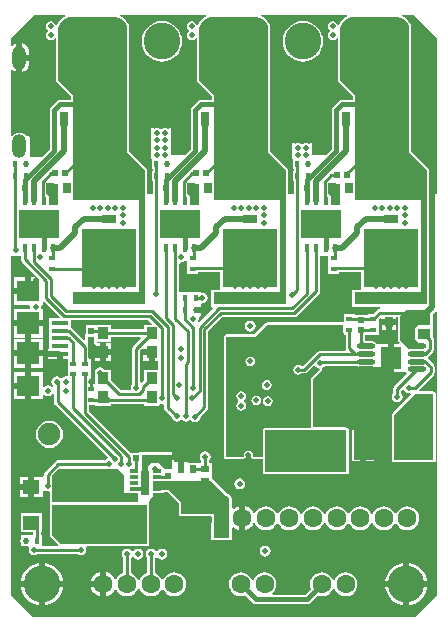
<source format=gtl>
G04 Layer_Physical_Order=1*
G04 Layer_Color=255*
%FSAX25Y25*%
%MOIN*%
G70*
G01*
G75*
%ADD10R,0.02559X0.02165*%
%ADD11R,0.02165X0.02559*%
%ADD12R,0.02047X0.02047*%
%ADD13R,0.02047X0.02047*%
%ADD14R,0.02756X0.03543*%
%ADD15R,0.03543X0.03937*%
%ADD16R,0.07500X0.07500*%
%ADD17R,0.07500X0.07100*%
%ADD18R,0.05600X0.01400*%
%ADD19R,0.06693X0.04331*%
%ADD20R,0.05118X0.02756*%
%ADD21R,0.03347X0.04331*%
%ADD22R,0.04331X0.06693*%
%ADD23R,0.04331X0.03347*%
%ADD24R,0.02756X0.05118*%
%ADD25R,0.05600X0.04800*%
%ADD26R,0.01772X0.02165*%
%ADD27R,0.02165X0.01772*%
%ADD28R,0.03150X0.08189*%
%ADD29R,0.02756X0.01181*%
%ADD30R,0.01181X0.03150*%
%ADD31R,0.13307X0.09646*%
%ADD32R,0.05315X0.20866*%
%ADD33R,0.03937X0.03543*%
%ADD34R,0.12800X0.12300*%
%ADD35R,0.06811X0.07284*%
%ADD36O,0.06102X0.01772*%
G04:AMPARAMS|DCode=37|XSize=82.68mil|YSize=228.35mil|CornerRadius=41.34mil|HoleSize=0mil|Usage=FLASHONLY|Rotation=270.000|XOffset=0mil|YOffset=0mil|HoleType=Round|Shape=RoundedRectangle|*
%AMROUNDEDRECTD37*
21,1,0.08268,0.14567,0,0,270.0*
21,1,0.00000,0.22835,0,0,270.0*
1,1,0.08268,-0.07284,0.00000*
1,1,0.08268,-0.07284,0.00000*
1,1,0.08268,0.07284,0.00000*
1,1,0.08268,0.07284,0.00000*
%
%ADD37ROUNDEDRECTD37*%
%ADD38R,0.10236X0.03740*%
%ADD39R,0.03740X0.10236*%
%ADD40C,0.01500*%
%ADD41C,0.01200*%
%ADD42C,0.01000*%
%ADD43C,0.02000*%
%ADD44C,0.04000*%
%ADD45C,0.07480*%
%ADD46C,0.06300*%
%ADD47C,0.12205*%
%ADD48O,0.04724X0.07874*%
%ADD49C,0.02000*%
G36*
X0556199Y0302500D02*
X0557199Y0301500D01*
X0558128D01*
Y0302319D01*
X0557223D01*
Y0302881D01*
X0561700D01*
Y0304324D01*
X0571417D01*
X0571608Y0303862D01*
X0569262Y0301516D01*
X0568974Y0301086D01*
X0568874Y0300579D01*
Y0288756D01*
X0568504Y0288202D01*
X0568364Y0287500D01*
X0568419Y0287226D01*
X0568008Y0286725D01*
X0564927D01*
X0561700Y0289952D01*
Y0293418D01*
X0559751D01*
X0559497Y0293798D01*
X0558901Y0294196D01*
X0558199Y0294335D01*
X0557497Y0294196D01*
X0556901Y0293798D01*
X0556648Y0293418D01*
X0556557D01*
Y0293282D01*
X0556504Y0293202D01*
X0556364Y0292500D01*
X0556504Y0291798D01*
X0556557Y0291718D01*
Y0288886D01*
X0554342D01*
Y0290271D01*
X0555082D01*
Y0293642D01*
X0555082D01*
Y0293814D01*
X0555082D01*
Y0297186D01*
X0554401D01*
Y0297500D01*
X0554199D01*
Y0304500D01*
X0556199D01*
Y0302500D01*
D02*
G37*
G36*
X0639199Y0306000D02*
X0639516Y0305683D01*
Y0305242D01*
X0639957D01*
X0640078Y0305121D01*
Y0300780D01*
X0640078Y0300780D01*
X0640153Y0300401D01*
X0640134Y0300308D01*
X0639862Y0299901D01*
X0631479D01*
X0631049Y0299816D01*
X0630686Y0299573D01*
X0630686Y0299573D01*
X0625827Y0294714D01*
X0625353Y0294654D01*
X0624823Y0295007D01*
X0624199Y0295131D01*
X0623575Y0295007D01*
X0623046Y0294654D01*
X0622692Y0294124D01*
X0622568Y0293500D01*
X0622692Y0292876D01*
X0623046Y0292347D01*
X0623575Y0291993D01*
X0624199Y0291869D01*
X0624823Y0291993D01*
X0625353Y0292347D01*
X0625374Y0292378D01*
X0626199D01*
X0626199Y0292378D01*
X0626628Y0292464D01*
X0626992Y0292707D01*
X0629358Y0295073D01*
X0629910Y0294917D01*
X0630193Y0294494D01*
X0630722Y0294140D01*
X0631132Y0294058D01*
X0631320Y0293540D01*
X0628740Y0290959D01*
X0628550Y0290500D01*
X0628550Y0274500D01*
X0628315Y0274149D01*
X0613199Y0274149D01*
X0612740Y0273959D01*
X0612550Y0273500D01*
Y0264500D01*
X0609501D01*
X0609184Y0264886D01*
X0609206Y0265000D01*
X0609082Y0265624D01*
X0608728Y0266154D01*
X0608199Y0266507D01*
X0607575Y0266631D01*
X0606951Y0266507D01*
X0606421Y0266154D01*
X0606068Y0265624D01*
X0605943Y0265000D01*
X0605966Y0264886D01*
X0605649Y0264500D01*
X0600199D01*
Y0304500D01*
X0609699Y0304500D01*
X0613699Y0308500D01*
X0627199Y0308500D01*
X0636699D01*
D01*
X0639199D01*
Y0306000D01*
D02*
G37*
G36*
X0575423Y0308918D02*
X0575216Y0308418D01*
X0572698D01*
Y0306975D01*
X0561700D01*
Y0308418D01*
X0556557D01*
Y0308398D01*
X0553375D01*
Y0305449D01*
X0553175D01*
Y0303551D01*
X0552714Y0303360D01*
X0548577Y0307496D01*
X0548299Y0307682D01*
Y0310174D01*
X0574166D01*
X0575423Y0308918D01*
D02*
G37*
G36*
X0570000Y0321000D02*
X0552000D01*
X0552000Y0340500D01*
X0570000D01*
X0570000Y0321000D01*
D02*
G37*
G36*
X0587117Y0329743D02*
Y0329086D01*
X0587117D01*
Y0328914D01*
X0587117D01*
Y0325542D01*
X0590883D01*
Y0325997D01*
X0598184D01*
Y0321000D01*
X0598234Y0320749D01*
X0598194Y0320613D01*
X0597938Y0320249D01*
X0595192D01*
Y0314318D01*
X0595490D01*
X0595681Y0313856D01*
X0591242Y0309417D01*
X0590853Y0309736D01*
X0590895Y0309798D01*
X0591034Y0310500D01*
X0590951Y0310917D01*
X0591307Y0311417D01*
X0591857D01*
Y0312500D01*
X0589971D01*
Y0314500D01*
X0591857D01*
Y0315223D01*
X0592196Y0315661D01*
X0592313Y0315687D01*
X0592901Y0315804D01*
X0593497Y0316202D01*
X0593895Y0316798D01*
X0594034Y0317500D01*
X0593895Y0318202D01*
X0593497Y0318798D01*
X0592901Y0319196D01*
X0592199Y0319335D01*
X0591809Y0319258D01*
X0591657Y0319383D01*
Y0319383D01*
X0588613D01*
X0588285Y0319383D01*
X0587785Y0319383D01*
X0584742D01*
X0584450Y0319762D01*
Y0328859D01*
X0584950Y0329269D01*
X0585224Y0329214D01*
X0585927Y0329354D01*
X0586522Y0329752D01*
X0586617Y0329894D01*
X0587117Y0329743D01*
D02*
G37*
G36*
X0664000Y0321000D02*
X0646000D01*
X0646000Y0340500D01*
X0664000D01*
X0664000Y0321000D01*
D02*
G37*
G36*
X0617000D02*
X0599000D01*
X0599000Y0340500D01*
X0617000D01*
X0617000Y0321000D01*
D02*
G37*
G36*
X0566199Y0258500D02*
Y0252500D01*
X0570699D01*
Y0249500D01*
X0542199D01*
X0542199Y0258500D01*
X0544199Y0260500D01*
X0564199D01*
X0566199Y0258500D01*
D02*
G37*
G36*
X0573699Y0248500D02*
X0573699Y0235500D01*
X0545199Y0235500D01*
X0542199Y0238500D01*
X0542199Y0248500D01*
X0573699Y0248500D01*
D02*
G37*
G36*
X0595199Y0256500D02*
X0601199Y0250500D01*
X0601199Y0237500D01*
X0596199D01*
Y0245500D01*
X0585199D01*
Y0249500D01*
X0581199Y0253500D01*
X0575699D01*
Y0256500D01*
X0595199Y0256500D01*
D02*
G37*
G36*
X0668199Y0308500D02*
X0664199D01*
X0663199Y0307500D01*
Y0300500D01*
X0661199D01*
X0658199Y0303500D01*
Y0311500D01*
X0660199Y0313500D01*
X0668199D01*
Y0308500D01*
D02*
G37*
G36*
X0640199Y0273500D02*
X0640199Y0259500D01*
X0613199D01*
Y0273500D01*
X0640199Y0273500D01*
D02*
G37*
G36*
X0572498Y0300350D02*
X0575270D01*
Y0299350D01*
X0576270D01*
Y0296382D01*
X0577374D01*
Y0293418D01*
X0572698D01*
Y0289952D01*
X0571986Y0289241D01*
X0571525Y0289432D01*
Y0300030D01*
X0572036Y0300541D01*
X0572498Y0300350D01*
D02*
G37*
G36*
X0634117Y0329086D02*
X0634117D01*
Y0328914D01*
X0634117D01*
Y0325542D01*
X0637883D01*
Y0325997D01*
X0645184D01*
Y0321000D01*
X0645234Y0320749D01*
X0645194Y0320613D01*
X0644938Y0320249D01*
X0642192D01*
Y0314318D01*
X0650485D01*
Y0314318D01*
X0650854D01*
Y0314318D01*
X0651410D01*
X0651428Y0313825D01*
X0650920Y0313725D01*
X0650490Y0313437D01*
X0649010Y0311958D01*
X0647498D01*
X0647317Y0311958D01*
X0647317Y0311958D01*
X0647023Y0311898D01*
Y0311898D01*
X0643375D01*
Y0311898D01*
X0643082Y0311958D01*
X0643082Y0311958D01*
X0642900Y0311958D01*
X0639316D01*
Y0309412D01*
X0639199Y0309316D01*
X0636699D01*
X0636699Y0309316D01*
X0636699Y0309316D01*
X0627199D01*
X0613699Y0309316D01*
X0613699Y0309316D01*
X0613387Y0309254D01*
X0613122Y0309077D01*
X0613122Y0309077D01*
X0609361Y0305316D01*
X0600199Y0305316D01*
X0599887Y0305254D01*
X0599622Y0305077D01*
X0599445Y0304812D01*
X0599383Y0304500D01*
Y0264500D01*
X0599445Y0264188D01*
X0599622Y0263923D01*
X0599887Y0263746D01*
X0600199Y0263684D01*
X0605649D01*
X0605688Y0263692D01*
X0605729Y0263688D01*
X0605843Y0263723D01*
X0605961Y0263746D01*
X0605995Y0263769D01*
X0606033Y0263781D01*
X0606126Y0263857D01*
X0606226Y0263923D01*
X0606248Y0263957D01*
X0606279Y0263983D01*
X0606597Y0264369D01*
X0606616Y0264405D01*
X0606644Y0264433D01*
X0606690Y0264544D01*
X0606747Y0264650D01*
X0606750Y0264690D01*
X0606766Y0264727D01*
Y0264847D01*
X0606778Y0264966D01*
X0606772Y0264985D01*
X0606836Y0265306D01*
X0607009Y0265565D01*
X0607269Y0265739D01*
X0607575Y0265800D01*
X0607881Y0265739D01*
X0608140Y0265565D01*
X0608314Y0265306D01*
X0608378Y0264985D01*
X0608372Y0264966D01*
X0608384Y0264847D01*
Y0264727D01*
X0608399Y0264690D01*
X0608403Y0264650D01*
X0608460Y0264544D01*
X0608505Y0264433D01*
X0608534Y0264405D01*
X0608553Y0264369D01*
X0608870Y0263983D01*
X0608902Y0263957D01*
X0608924Y0263923D01*
X0609024Y0263857D01*
X0609116Y0263781D01*
X0609155Y0263769D01*
X0609189Y0263746D01*
X0609306Y0263723D01*
X0609421Y0263688D01*
X0609461Y0263692D01*
X0609501Y0263684D01*
X0612383D01*
Y0259500D01*
X0612445Y0259188D01*
X0612622Y0258923D01*
X0612887Y0258746D01*
X0613199Y0258684D01*
X0630101D01*
X0630199Y0258665D01*
X0630298Y0258684D01*
X0633101D01*
X0633199Y0258665D01*
X0633298Y0258684D01*
X0636101D01*
X0636199Y0258665D01*
X0636298Y0258684D01*
X0639101D01*
X0639199Y0258665D01*
X0639298Y0258684D01*
X0640199D01*
X0640511Y0258746D01*
X0640776Y0258923D01*
X0640953Y0259188D01*
X0641015Y0259500D01*
Y0260402D01*
X0641034Y0260500D01*
X0641015Y0260598D01*
X0641015Y0263402D01*
X0641034Y0263500D01*
X0641015Y0263598D01*
Y0266402D01*
X0641034Y0266500D01*
X0641015Y0266599D01*
Y0269401D01*
X0641034Y0269500D01*
X0641015Y0269599D01*
X0641015Y0272401D01*
X0641034Y0272500D01*
X0641015Y0272599D01*
Y0273500D01*
X0640953Y0273812D01*
X0640776Y0274077D01*
X0640511Y0274254D01*
X0640199Y0274316D01*
X0639298D01*
X0639199Y0274335D01*
X0639101Y0274316D01*
X0636298D01*
X0636199Y0274335D01*
X0636101Y0274316D01*
X0633298D01*
X0633199Y0274335D01*
X0633101Y0274316D01*
X0630298D01*
X0630199Y0274335D01*
X0630101Y0274316D01*
X0629835D01*
X0629766Y0274343D01*
X0629633Y0274500D01*
X0629199D01*
X0629199Y0290500D01*
X0632113Y0293414D01*
X0632135Y0293503D01*
X0632132Y0293522D01*
X0632136Y0293540D01*
X0632108Y0293678D01*
X0632087Y0293818D01*
X0632063Y0293885D01*
X0632049Y0293952D01*
X0632644Y0294350D01*
X0633009Y0294895D01*
X0642497D01*
X0642622Y0294661D01*
X0643769D01*
X0643813Y0294632D01*
X0644471Y0294501D01*
X0646636D01*
Y0294500D01*
X0654199D01*
Y0297500D01*
Y0302142D01*
X0650794D01*
X0650794Y0302142D01*
X0650294Y0302140D01*
X0650017Y0302554D01*
X0649459Y0302927D01*
X0648802Y0303057D01*
X0646792D01*
X0646525Y0303325D01*
Y0305097D01*
X0647023Y0305102D01*
X0647317Y0305043D01*
Y0305043D01*
X0647498Y0305043D01*
X0651082D01*
Y0308414D01*
X0651082D01*
Y0308586D01*
X0651082D01*
Y0310280D01*
X0651565Y0310763D01*
X0652065Y0310556D01*
Y0310500D01*
X0654443D01*
X0656821D01*
Y0311175D01*
X0657383D01*
Y0303500D01*
X0657383Y0303500D01*
X0657445Y0303188D01*
X0657622Y0302923D01*
X0657942Y0302604D01*
X0657751Y0302142D01*
X0656199D01*
Y0297500D01*
Y0292858D01*
X0659605D01*
X0659605Y0292858D01*
X0660105Y0292860D01*
X0660381Y0292446D01*
X0660407Y0292181D01*
X0656262Y0288036D01*
X0655974Y0287606D01*
X0655874Y0287098D01*
Y0285830D01*
X0655504Y0285276D01*
X0655364Y0284574D01*
X0655504Y0283872D01*
X0655901Y0283276D01*
X0656497Y0282878D01*
X0657199Y0282739D01*
X0657901Y0282878D01*
X0658497Y0283276D01*
X0658895Y0283872D01*
X0659034Y0284574D01*
X0658895Y0285276D01*
X0658525Y0285830D01*
Y0286549D01*
X0659007Y0287032D01*
X0659486Y0286887D01*
X0659504Y0286798D01*
X0659901Y0286202D01*
X0660497Y0285804D01*
X0661199Y0285665D01*
X0661579Y0285740D01*
X0661825Y0285279D01*
X0655622Y0279077D01*
X0655445Y0278812D01*
X0655383Y0278500D01*
X0655383Y0278500D01*
X0655383Y0263500D01*
X0655445Y0263188D01*
X0655622Y0262923D01*
X0655887Y0262746D01*
X0656199Y0262684D01*
X0669199D01*
X0669511Y0262746D01*
X0669776Y0262923D01*
X0669953Y0263188D01*
X0670015Y0263500D01*
Y0285500D01*
X0669953Y0285812D01*
X0669776Y0286077D01*
X0669511Y0286254D01*
X0669199Y0286316D01*
X0667298D01*
X0667199Y0286335D01*
X0667101Y0286316D01*
X0664596Y0286316D01*
X0664389Y0286816D01*
X0669301Y0291728D01*
X0669589Y0292158D01*
X0669690Y0292665D01*
Y0294335D01*
X0669589Y0294842D01*
X0669301Y0295272D01*
X0667422Y0297151D01*
X0667416Y0297158D01*
X0667383Y0297206D01*
X0667313Y0297500D01*
X0667383Y0297794D01*
X0667416Y0297842D01*
X0667422Y0297849D01*
X0669136Y0299563D01*
X0669424Y0299993D01*
X0669525Y0300500D01*
Y0303500D01*
X0669424Y0304007D01*
X0669136Y0304437D01*
X0668968Y0304606D01*
Y0308072D01*
X0668968Y0308072D01*
X0669015Y0308500D01*
Y0312019D01*
X0670078Y0313082D01*
X0670160Y0313078D01*
X0670578Y0312921D01*
Y0218465D01*
X0663235Y0211122D01*
X0535664D01*
X0528321Y0218465D01*
Y0331500D01*
X0531649D01*
Y0330467D01*
X0531750Y0329960D01*
X0532037Y0329530D01*
X0536807Y0324760D01*
X0536616Y0324298D01*
X0535199D01*
Y0319748D01*
X0534199D01*
Y0318748D01*
X0529449D01*
Y0315198D01*
X0534534D01*
X0534851Y0314811D01*
X0534789Y0314500D01*
X0534839Y0314250D01*
X0534428Y0313750D01*
X0529449D01*
Y0310000D01*
X0534199D01*
X0538949D01*
Y0313750D01*
X0538820D01*
X0538410Y0314250D01*
X0538460Y0314500D01*
X0538398Y0314811D01*
X0538715Y0315198D01*
X0538949D01*
Y0316168D01*
X0539449Y0316375D01*
X0544745Y0311080D01*
X0544553Y0310618D01*
X0541099D01*
Y0307618D01*
Y0305059D01*
Y0300500D01*
X0540899D01*
Y0299800D01*
X0544699D01*
Y0298800D01*
X0545699D01*
Y0297100D01*
X0547316D01*
Y0293814D01*
X0547316D01*
Y0293642D01*
X0547316D01*
Y0291607D01*
X0546930Y0291289D01*
X0546699Y0291335D01*
X0545997Y0291196D01*
X0545537Y0290889D01*
X0545199Y0290832D01*
X0544861Y0290889D01*
X0544401Y0291196D01*
X0543699Y0291335D01*
X0542997Y0291196D01*
X0542401Y0290798D01*
X0542004Y0290202D01*
X0541864Y0289500D01*
X0542004Y0288798D01*
X0542401Y0288202D01*
X0542582Y0288082D01*
X0542567Y0287845D01*
X0542057Y0287708D01*
X0541997Y0287798D01*
X0541401Y0288196D01*
X0540699Y0288335D01*
X0539997Y0288196D01*
X0539449Y0287830D01*
X0539225Y0287884D01*
X0538949Y0288021D01*
Y0292750D01*
X0535199D01*
Y0288200D01*
Y0283650D01*
X0538949D01*
Y0284979D01*
X0539225Y0285116D01*
X0539449Y0285170D01*
X0539997Y0284804D01*
X0540699Y0284665D01*
X0541401Y0284804D01*
X0541997Y0285202D01*
X0542228Y0285548D01*
X0542728Y0285397D01*
Y0282746D01*
X0542829Y0282238D01*
X0543116Y0281808D01*
X0560616Y0264309D01*
X0560471Y0263830D01*
X0560297Y0263796D01*
X0559743Y0263425D01*
X0544243D01*
X0543736Y0263325D01*
X0543306Y0263037D01*
X0539662Y0259393D01*
X0539375Y0258963D01*
X0539274Y0258456D01*
Y0258286D01*
X0538999Y0257900D01*
X0536199D01*
Y0254500D01*
Y0251100D01*
X0538999D01*
Y0253223D01*
X0539499Y0253470D01*
X0539897Y0253204D01*
X0540599Y0253065D01*
X0540883Y0253121D01*
X0541383Y0252711D01*
Y0249500D01*
X0541445Y0249188D01*
X0541571Y0249000D01*
X0541445Y0248812D01*
X0541383Y0248500D01*
X0541384Y0238500D01*
X0541446Y0238188D01*
X0541622Y0237923D01*
X0544220Y0235326D01*
X0544013Y0234825D01*
X0538657D01*
Y0238383D01*
X0538296D01*
Y0239394D01*
X0538799D01*
Y0245795D01*
X0531599D01*
Y0239394D01*
X0535645D01*
Y0238720D01*
X0535285Y0238383D01*
X0535113D01*
Y0238383D01*
X0534785Y0238383D01*
X0531742D01*
Y0237217D01*
X0531732Y0237202D01*
X0531592Y0236500D01*
X0531732Y0235798D01*
X0531742Y0235783D01*
Y0234617D01*
X0534225D01*
X0534487Y0234117D01*
X0534364Y0233500D01*
X0534504Y0232798D01*
X0534901Y0232202D01*
X0535497Y0231804D01*
X0536199Y0231665D01*
X0536901Y0231804D01*
X0537455Y0232174D01*
X0550443D01*
X0550997Y0231804D01*
X0551699Y0231665D01*
X0552401Y0231804D01*
X0552997Y0232202D01*
X0553395Y0232798D01*
X0553534Y0233500D01*
X0553398Y0234184D01*
X0553388Y0234274D01*
X0553656Y0234684D01*
X0573699Y0234684D01*
X0574011Y0234746D01*
X0574276Y0234923D01*
X0574453Y0235188D01*
X0574515Y0235500D01*
X0574515Y0248500D01*
Y0249858D01*
X0574699Y0250233D01*
X0574699Y0250500D01*
X0576699Y0252500D01*
X0579475D01*
Y0252684D01*
X0580861D01*
X0584281Y0249265D01*
Y0247853D01*
X0584383D01*
Y0245500D01*
X0584445Y0245188D01*
X0584622Y0244923D01*
X0584887Y0244746D01*
X0585199Y0244684D01*
X0594891D01*
X0595364Y0244500D01*
X0595383Y0244402D01*
Y0242370D01*
X0595199D01*
X0595199Y0236630D01*
X0596317D01*
Y0236684D01*
X0597101D01*
X0597199Y0236665D01*
X0597298Y0236684D01*
X0600101D01*
X0600199Y0236665D01*
X0600298Y0236684D01*
X0601199D01*
X0601511Y0236746D01*
X0601776Y0236923D01*
X0601953Y0237188D01*
X0602015Y0237500D01*
Y0238402D01*
X0602034Y0238500D01*
X0602015Y0238598D01*
X0602015Y0240827D01*
X0602366Y0240987D01*
X0602515Y0241014D01*
X0603348Y0240375D01*
X0604358Y0239957D01*
X0604441Y0239946D01*
Y0244000D01*
Y0248054D01*
X0604358Y0248043D01*
X0603348Y0247625D01*
X0602757Y0247171D01*
X0602145Y0247269D01*
X0602023Y0247445D01*
X0602034Y0247500D01*
X0602015Y0247598D01*
X0602015Y0250402D01*
X0602034Y0250500D01*
X0601895Y0251202D01*
X0601497Y0251798D01*
X0600901Y0252196D01*
X0600597Y0252256D01*
X0595776Y0257077D01*
X0595776Y0257077D01*
X0595511Y0257254D01*
X0595279Y0257300D01*
X0595279Y0258414D01*
X0595279Y0258914D01*
Y0262351D01*
X0594525D01*
Y0263244D01*
X0594895Y0263798D01*
X0595034Y0264500D01*
X0594895Y0265202D01*
X0594497Y0265798D01*
X0593901Y0266196D01*
X0593199Y0266335D01*
X0592497Y0266196D01*
X0591901Y0265798D01*
X0591503Y0265202D01*
X0591364Y0264500D01*
X0591503Y0263798D01*
X0591874Y0263244D01*
Y0262351D01*
X0591120D01*
X0591082Y0262579D01*
X0587345D01*
Y0262779D01*
X0586262D01*
Y0260500D01*
X0584262D01*
Y0262779D01*
X0583223D01*
X0583179Y0262779D01*
X0582723Y0262884D01*
Y0263399D01*
X0582199D01*
Y0260317D01*
X0579882Y0260317D01*
X0577699Y0262500D01*
X0575398Y0262500D01*
X0574199Y0261301D01*
X0574199Y0258801D01*
X0572199D01*
Y0263301D01*
Y0265000D01*
X0582199D01*
Y0266024D01*
X0571250D01*
Y0265824D01*
X0568301D01*
X0568301Y0265824D01*
Y0265824D01*
X0567945Y0266128D01*
X0554342Y0279732D01*
Y0281771D01*
X0556557D01*
Y0281582D01*
X0561700D01*
Y0282004D01*
X0561731Y0282025D01*
X0572698D01*
Y0281582D01*
X0577842D01*
Y0281853D01*
X0578342Y0282236D01*
X0578699Y0282165D01*
X0578974Y0282219D01*
X0579474Y0281809D01*
Y0280900D01*
X0579574Y0280393D01*
X0579862Y0279963D01*
X0581874Y0277951D01*
X0582004Y0277298D01*
X0582401Y0276702D01*
X0582997Y0276304D01*
X0583699Y0276165D01*
X0584401Y0276304D01*
X0584997Y0276702D01*
X0585401D01*
X0585997Y0276304D01*
X0586699Y0276165D01*
X0587401Y0276304D01*
X0587997Y0276702D01*
X0588285D01*
X0588523Y0276589D01*
X0589093Y0276208D01*
X0589795Y0276069D01*
X0590498Y0276208D01*
X0591093Y0276606D01*
X0591491Y0277202D01*
X0591621Y0277855D01*
X0593836Y0280070D01*
X0594124Y0280501D01*
X0594225Y0281008D01*
Y0306388D01*
X0598911Y0311074D01*
X0622862D01*
X0623369Y0311175D01*
X0623799Y0311463D01*
X0631062Y0318725D01*
X0631349Y0319155D01*
X0631450Y0319662D01*
Y0331500D01*
X0634117D01*
Y0329086D01*
D02*
G37*
G36*
X0563199Y0411000D02*
X0563593Y0411000D01*
X0564366Y0410846D01*
X0565094Y0410545D01*
X0565749Y0410107D01*
X0566306Y0409550D01*
X0566744Y0408895D01*
X0567045Y0408167D01*
X0567199Y0407394D01*
Y0407000D01*
X0567199Y0393000D01*
X0567199D01*
X0567199Y0366000D01*
X0573000Y0360199D01*
X0573000Y0351500D01*
X0573199D01*
Y0315500D01*
X0571199Y0315500D01*
Y0350000D01*
X0549000D01*
X0549000Y0385000D01*
X0544199Y0389801D01*
X0544199Y0393000D01*
X0548799Y0393000D01*
X0544199D01*
X0544199Y0407000D01*
D01*
Y0407000D01*
Y0407000D01*
X0544199Y0407394D01*
X0544353Y0408167D01*
X0544654Y0408895D01*
X0545092Y0409550D01*
X0545649Y0410107D01*
X0546304Y0410545D01*
X0547032Y0410846D01*
X0547805Y0411000D01*
X0548199Y0411000D01*
X0563199Y0411000D01*
X0563199Y0411000D01*
D02*
G37*
G36*
X0669199Y0263500D02*
X0656199D01*
X0656199Y0278500D01*
X0663199Y0285500D01*
X0669199Y0285500D01*
Y0263500D01*
D02*
G37*
G36*
X0546620Y0411378D02*
X0546056Y0411145D01*
X0546009Y0411098D01*
X0545944Y0411085D01*
X0545288Y0410647D01*
X0545252Y0410592D01*
X0545190Y0410566D01*
X0544633Y0410009D01*
X0544607Y0409948D01*
X0544552Y0409911D01*
X0544114Y0409256D01*
X0544101Y0409190D01*
X0544054Y0409143D01*
X0543753Y0408415D01*
X0543346Y0408395D01*
X0543247Y0408422D01*
X0543206Y0408624D01*
X0542853Y0409154D01*
X0542323Y0409507D01*
X0541699Y0409631D01*
X0541075Y0409507D01*
X0540546Y0409154D01*
X0540192Y0408624D01*
X0540068Y0408000D01*
X0540192Y0407376D01*
X0540546Y0406847D01*
X0540690Y0406750D01*
Y0406250D01*
X0540546Y0406153D01*
X0540192Y0405624D01*
X0540068Y0405000D01*
X0540192Y0404376D01*
X0540546Y0403847D01*
X0541075Y0403493D01*
X0541699Y0403369D01*
X0542323Y0403493D01*
X0542853Y0403847D01*
X0543050Y0404141D01*
X0543550Y0403990D01*
X0543550Y0393000D01*
X0543550Y0393000D01*
X0543550Y0389801D01*
X0543740Y0389342D01*
X0548350Y0384731D01*
Y0383377D01*
X0544699D01*
X0544699Y0383377D01*
X0544172Y0383272D01*
X0543726Y0382973D01*
X0541726Y0380973D01*
X0541428Y0380527D01*
X0541323Y0380000D01*
Y0366903D01*
X0540911Y0366492D01*
X0540699Y0366579D01*
Y0366280D01*
X0538919Y0364500D01*
X0534645Y0364500D01*
Y0370973D01*
X0534118Y0371500D01*
Y0371458D01*
X0533618Y0371288D01*
X0533312Y0371688D01*
X0532693Y0372162D01*
X0531972Y0372461D01*
X0531199Y0372563D01*
X0530426Y0372461D01*
X0529705Y0372162D01*
X0529086Y0371688D01*
X0528821Y0371341D01*
X0528321Y0371511D01*
Y0393403D01*
X0528643Y0393513D01*
X0528821Y0393540D01*
X0529503Y0393016D01*
X0530199Y0392728D01*
Y0397528D01*
Y0402327D01*
X0529503Y0402039D01*
X0528821Y0401515D01*
X0528643Y0401543D01*
X0528321Y0401652D01*
Y0404035D01*
X0536164Y0411878D01*
X0546521D01*
X0546620Y0411378D01*
D02*
G37*
G36*
X0640620D02*
X0640056Y0411145D01*
X0640009Y0411098D01*
X0639944Y0411085D01*
X0639288Y0410647D01*
X0639252Y0410592D01*
X0639190Y0410566D01*
X0638633Y0410009D01*
X0638607Y0409948D01*
X0638552Y0409911D01*
X0638114Y0409256D01*
X0638101Y0409190D01*
X0638054Y0409143D01*
X0637753Y0408415D01*
X0637346Y0408395D01*
X0637247Y0408422D01*
X0637206Y0408624D01*
X0636853Y0409154D01*
X0636323Y0409507D01*
X0635699Y0409631D01*
X0635075Y0409507D01*
X0634546Y0409154D01*
X0634192Y0408624D01*
X0634068Y0408000D01*
X0634192Y0407376D01*
X0634546Y0406847D01*
X0634690Y0406750D01*
Y0406250D01*
X0634546Y0406153D01*
X0634192Y0405624D01*
X0634068Y0405000D01*
X0634192Y0404376D01*
X0634546Y0403847D01*
X0635075Y0403493D01*
X0635699Y0403369D01*
X0636323Y0403493D01*
X0636853Y0403847D01*
X0637050Y0404141D01*
X0637550Y0403990D01*
X0637550Y0393000D01*
X0637550Y0393000D01*
X0637550Y0389801D01*
X0637740Y0389342D01*
X0642350Y0384731D01*
Y0383377D01*
X0638699D01*
X0638699Y0383377D01*
X0638172Y0383272D01*
X0637726Y0382973D01*
X0635726Y0380973D01*
X0635428Y0380527D01*
X0635323Y0380000D01*
Y0366903D01*
X0635199Y0366780D01*
Y0366780D01*
X0633419Y0365000D01*
X0628699Y0365000D01*
Y0369145D01*
X0628118D01*
Y0369077D01*
X0627618Y0368810D01*
X0627323Y0369007D01*
X0626699Y0369131D01*
X0626075Y0369007D01*
X0625828Y0368842D01*
X0625449Y0368692D01*
X0625070Y0368842D01*
X0624823Y0369007D01*
X0624199Y0369131D01*
X0623575Y0369007D01*
X0623382Y0368878D01*
X0622882Y0369145D01*
X0622199D01*
Y0363884D01*
X0622442Y0363683D01*
Y0360317D01*
X0622806D01*
Y0359683D01*
X0622442D01*
Y0356317D01*
X0622806D01*
Y0352000D01*
X0620649D01*
X0620649Y0360199D01*
X0620459Y0360658D01*
X0617587Y0363530D01*
X0617611Y0363588D01*
X0616199Y0365000D01*
Y0365074D01*
X0616089Y0365028D01*
X0614849Y0366269D01*
X0614849Y0393000D01*
X0614849Y0393000D01*
X0614849Y0407394D01*
X0614823Y0407455D01*
X0614836Y0407521D01*
X0614682Y0408293D01*
X0614645Y0408349D01*
Y0408415D01*
X0614344Y0409143D01*
X0614297Y0409190D01*
X0614284Y0409256D01*
X0613846Y0409911D01*
X0613791Y0409948D01*
X0613765Y0410009D01*
X0613208Y0410566D01*
X0613147Y0410592D01*
X0613110Y0410647D01*
X0612455Y0411085D01*
X0612389Y0411098D01*
X0612342Y0411145D01*
X0611778Y0411378D01*
X0611878Y0411878D01*
X0640521D01*
X0640620Y0411378D01*
D02*
G37*
G36*
X0593620D02*
X0593056Y0411145D01*
X0593009Y0411098D01*
X0592944Y0411085D01*
X0592288Y0410647D01*
X0592251Y0410592D01*
X0592190Y0410566D01*
X0591633Y0410009D01*
X0591607Y0409948D01*
X0591552Y0409911D01*
X0591114Y0409256D01*
X0591101Y0409190D01*
X0591054Y0409143D01*
X0590753Y0408415D01*
X0590346Y0408395D01*
X0590246Y0408422D01*
X0590206Y0408624D01*
X0589853Y0409154D01*
X0589323Y0409507D01*
X0588699Y0409631D01*
X0588075Y0409507D01*
X0587546Y0409154D01*
X0587192Y0408624D01*
X0587068Y0408000D01*
X0587192Y0407376D01*
X0587546Y0406847D01*
X0587690Y0406750D01*
Y0406250D01*
X0587546Y0406153D01*
X0587192Y0405624D01*
X0587068Y0405000D01*
X0587192Y0404376D01*
X0587546Y0403847D01*
X0588075Y0403493D01*
X0588699Y0403369D01*
X0589323Y0403493D01*
X0589853Y0403847D01*
X0590050Y0404141D01*
X0590550Y0403990D01*
X0590550Y0393000D01*
X0590550Y0393000D01*
X0590550Y0389801D01*
X0590740Y0389342D01*
X0595351Y0384731D01*
Y0383377D01*
X0591699D01*
X0591699Y0383377D01*
X0591172Y0383272D01*
X0590726Y0382973D01*
X0588726Y0380973D01*
X0588427Y0380527D01*
X0588323Y0380000D01*
Y0366903D01*
X0588199Y0366780D01*
Y0366780D01*
X0586419Y0365000D01*
X0581699Y0365000D01*
Y0374146D01*
X0581118D01*
Y0374078D01*
X0580618Y0373810D01*
X0580323Y0374007D01*
X0579699Y0374131D01*
X0579075Y0374007D01*
X0578828Y0373842D01*
X0578449Y0373692D01*
X0578070Y0373842D01*
X0577823Y0374007D01*
X0577199Y0374131D01*
X0576575Y0374007D01*
X0576382Y0373878D01*
X0575882Y0374146D01*
X0575199D01*
Y0363884D01*
X0575442Y0363683D01*
Y0360317D01*
X0575806D01*
Y0359683D01*
X0575442D01*
Y0356317D01*
X0575806D01*
Y0352000D01*
X0573649D01*
X0573649Y0360199D01*
X0573459Y0360658D01*
X0570587Y0363530D01*
X0570611Y0363588D01*
X0569199Y0365000D01*
Y0365074D01*
X0569089Y0365028D01*
X0567849Y0366269D01*
X0567849Y0393000D01*
X0567848Y0393000D01*
X0567848Y0407394D01*
X0567823Y0407455D01*
X0567836Y0407521D01*
X0567682Y0408293D01*
X0567645Y0408349D01*
Y0408415D01*
X0567344Y0409143D01*
X0567297Y0409190D01*
X0567284Y0409256D01*
X0566846Y0409911D01*
X0566791Y0409948D01*
X0566765Y0410009D01*
X0566208Y0410566D01*
X0566147Y0410592D01*
X0566110Y0410647D01*
X0565455Y0411085D01*
X0565389Y0411098D01*
X0565342Y0411145D01*
X0564778Y0411378D01*
X0564878Y0411878D01*
X0593521D01*
X0593620Y0411378D01*
D02*
G37*
G36*
X0610199Y0411000D02*
X0610593Y0411000D01*
X0611366Y0410846D01*
X0612094Y0410545D01*
X0612749Y0410107D01*
X0613306Y0409550D01*
X0613744Y0408895D01*
X0614045Y0408167D01*
X0614199Y0407394D01*
Y0407000D01*
X0614199Y0393000D01*
X0614199D01*
X0614199Y0366000D01*
X0620000Y0360199D01*
X0620000Y0351500D01*
X0620199D01*
Y0315500D01*
X0618199Y0315500D01*
Y0350000D01*
X0596000D01*
X0596000Y0385000D01*
X0591199Y0389801D01*
X0591199Y0393000D01*
X0609599Y0393000D01*
X0591199D01*
X0591199Y0407000D01*
D01*
Y0407000D01*
Y0407000D01*
X0591199Y0407394D01*
X0591353Y0408167D01*
X0591654Y0408895D01*
X0592092Y0409550D01*
X0592649Y0410107D01*
X0593304Y0410545D01*
X0594032Y0410846D01*
X0594805Y0411000D01*
X0595199Y0411000D01*
X0610199Y0411000D01*
X0610199Y0411000D01*
D02*
G37*
G36*
X0638199Y0348500D02*
X0635199D01*
Y0351500D01*
X0634199Y0352500D01*
Y0355500D01*
X0638199D01*
Y0348500D01*
D02*
G37*
G36*
X0591199D02*
X0588199D01*
Y0351500D01*
X0587199Y0352500D01*
Y0355500D01*
X0591199D01*
Y0348500D01*
D02*
G37*
G36*
X0544199D02*
X0541199D01*
Y0351500D01*
X0540199Y0352500D01*
Y0355500D01*
X0544199D01*
Y0348500D01*
D02*
G37*
G36*
X0657199Y0411000D02*
X0657593Y0411000D01*
X0658366Y0410846D01*
X0659094Y0410545D01*
X0659749Y0410107D01*
X0660306Y0409550D01*
X0660744Y0408895D01*
X0661045Y0408167D01*
X0661199Y0407394D01*
Y0407000D01*
X0661199Y0393000D01*
X0661199D01*
X0661199Y0366000D01*
X0667000Y0360199D01*
X0667000Y0351500D01*
X0667199D01*
Y0315500D01*
X0665199Y0315500D01*
Y0350000D01*
X0643000D01*
X0643000Y0385000D01*
X0638199Y0389801D01*
X0638199Y0393000D01*
X0656599Y0393000D01*
X0638199D01*
X0638199Y0407000D01*
D01*
Y0407000D01*
Y0407000D01*
X0638199Y0407394D01*
X0638353Y0408167D01*
X0638654Y0408895D01*
X0639092Y0409550D01*
X0639649Y0410107D01*
X0640304Y0410545D01*
X0641032Y0410846D01*
X0641805Y0411000D01*
X0642199Y0411000D01*
X0657199Y0411000D01*
X0657199Y0411000D01*
D02*
G37*
G36*
X0670578Y0404035D02*
Y0352000D01*
X0667649D01*
X0667649Y0360199D01*
X0667459Y0360658D01*
X0664587Y0363530D01*
X0664611Y0363588D01*
X0663199Y0365000D01*
Y0365074D01*
X0663089Y0365028D01*
X0661849Y0366269D01*
X0661849Y0393000D01*
X0661848Y0393000D01*
X0661848Y0407394D01*
X0661823Y0407455D01*
X0661836Y0407521D01*
X0661682Y0408293D01*
X0661645Y0408349D01*
Y0408415D01*
X0661344Y0409143D01*
X0661297Y0409190D01*
X0661284Y0409256D01*
X0660846Y0409911D01*
X0660791Y0409948D01*
X0660765Y0410009D01*
X0660208Y0410566D01*
X0660147Y0410592D01*
X0660110Y0410647D01*
X0659455Y0411085D01*
X0659389Y0411098D01*
X0659342Y0411145D01*
X0658778Y0411378D01*
X0658878Y0411878D01*
X0662735D01*
X0670578Y0404035D01*
D02*
G37*
%LPC*%
G36*
X0561900Y0302319D02*
X0560128D01*
Y0301500D01*
X0560699D01*
Y0300350D01*
X0561900D01*
Y0302319D01*
D02*
G37*
G36*
Y0298350D02*
X0560699D01*
Y0297500D01*
X0560128D01*
Y0296382D01*
X0561900D01*
Y0298350D01*
D02*
G37*
G36*
X0558128Y0297500D02*
X0556357D01*
Y0296382D01*
X0558128D01*
Y0297500D01*
D02*
G37*
G36*
X0613719Y0290069D02*
X0613094Y0289944D01*
X0612565Y0289591D01*
X0612211Y0289061D01*
X0612087Y0288437D01*
X0612211Y0287813D01*
X0612565Y0287284D01*
X0613094Y0286930D01*
X0613719Y0286806D01*
X0614343Y0286930D01*
X0614872Y0287284D01*
X0615226Y0287813D01*
X0615350Y0288437D01*
X0615226Y0289061D01*
X0614872Y0289591D01*
X0614343Y0289944D01*
X0613719Y0290069D01*
D02*
G37*
G36*
X0605199Y0286281D02*
X0604575Y0286157D01*
X0604046Y0285803D01*
X0603692Y0285274D01*
X0603568Y0284650D01*
X0603692Y0284025D01*
X0604046Y0283496D01*
X0604226Y0283376D01*
Y0282774D01*
X0604046Y0282653D01*
X0603692Y0282124D01*
X0603568Y0281500D01*
X0603692Y0280876D01*
X0604046Y0280346D01*
X0604575Y0279993D01*
X0605199Y0279869D01*
X0605823Y0279993D01*
X0606353Y0280346D01*
X0606706Y0280876D01*
X0606831Y0281500D01*
X0606706Y0282124D01*
X0606353Y0282653D01*
X0606172Y0282774D01*
Y0283376D01*
X0606353Y0283496D01*
X0606706Y0284025D01*
X0606831Y0284650D01*
X0606706Y0285274D01*
X0606353Y0285803D01*
X0605823Y0286157D01*
X0605199Y0286281D01*
D02*
G37*
G36*
X0614046Y0284690D02*
X0613421Y0284566D01*
X0612892Y0284213D01*
X0612538Y0283683D01*
X0612414Y0283059D01*
X0612538Y0282435D01*
X0612892Y0281906D01*
X0613421Y0281552D01*
X0614046Y0281428D01*
X0614670Y0281552D01*
X0615199Y0281906D01*
X0615553Y0282435D01*
X0615677Y0283059D01*
X0615553Y0283683D01*
X0615199Y0284213D01*
X0614670Y0284566D01*
X0614046Y0284690D01*
D02*
G37*
G36*
X0610199Y0284903D02*
X0609575Y0284779D01*
X0609046Y0284425D01*
X0608692Y0283896D01*
X0608568Y0283272D01*
X0608692Y0282647D01*
X0609046Y0282118D01*
X0609575Y0281765D01*
X0610199Y0281640D01*
X0610823Y0281765D01*
X0611353Y0282118D01*
X0611706Y0282647D01*
X0611831Y0283272D01*
X0611706Y0283896D01*
X0611353Y0284425D01*
X0610823Y0284779D01*
X0610199Y0284903D01*
D02*
G37*
G36*
X0608199Y0297903D02*
X0607575Y0297779D01*
X0607046Y0297425D01*
X0606692Y0296896D01*
X0606568Y0296272D01*
X0606692Y0295647D01*
X0607046Y0295118D01*
X0607575Y0294764D01*
X0608199Y0294640D01*
X0608823Y0294764D01*
X0609353Y0295118D01*
X0609706Y0295647D01*
X0609831Y0296272D01*
X0609706Y0296896D01*
X0609353Y0297425D01*
X0608823Y0297779D01*
X0608199Y0297903D01*
D02*
G37*
G36*
X0574270Y0298350D02*
X0572498D01*
Y0296382D01*
X0574270D01*
Y0298350D01*
D02*
G37*
G36*
X0534199Y0253500D02*
X0531399D01*
Y0251100D01*
X0534199D01*
Y0253500D01*
D02*
G37*
G36*
X0583581Y0248339D02*
X0583581Y0244500D01*
X0583581D01*
Y0248339D01*
D02*
G37*
G36*
X0649366Y0263500D02*
X0646709D01*
Y0263067D01*
X0649366D01*
Y0263500D01*
D02*
G37*
G36*
X0642650Y0273500D02*
X0642052D01*
Y0263067D01*
X0644709D01*
Y0263500D01*
X0642650D01*
X0642650Y0273500D01*
D02*
G37*
G36*
X0541229Y0276549D02*
X0540044Y0276393D01*
X0538940Y0275936D01*
X0537991Y0275208D01*
X0537263Y0274260D01*
X0536806Y0273155D01*
X0536650Y0271970D01*
X0536806Y0270785D01*
X0537263Y0269680D01*
X0537991Y0268732D01*
X0538940Y0268004D01*
X0540044Y0267547D01*
X0541229Y0267391D01*
X0542414Y0267547D01*
X0543519Y0268004D01*
X0544467Y0268732D01*
X0545195Y0269680D01*
X0545652Y0270785D01*
X0545808Y0271970D01*
X0545652Y0273155D01*
X0545195Y0274260D01*
X0544467Y0275208D01*
X0543519Y0275936D01*
X0542414Y0276393D01*
X0541229Y0276549D01*
D02*
G37*
G36*
X0604624Y0257335D02*
X0603922Y0257196D01*
X0603327Y0256798D01*
X0602929Y0256202D01*
X0602789Y0255500D01*
X0602929Y0254798D01*
X0603327Y0254202D01*
X0603922Y0253804D01*
X0604624Y0253665D01*
X0605327Y0253804D01*
X0605922Y0254202D01*
X0606320Y0254798D01*
X0606460Y0255500D01*
X0606320Y0256202D01*
X0605922Y0256798D01*
X0605327Y0257196D01*
X0604624Y0257335D01*
D02*
G37*
G36*
X0534199Y0257900D02*
X0531399D01*
Y0255500D01*
X0534199D01*
Y0257900D01*
D02*
G37*
G36*
X0606441Y0248054D02*
Y0244000D01*
Y0239946D01*
X0606524Y0239957D01*
X0607534Y0240375D01*
X0608401Y0241040D01*
X0609066Y0241907D01*
X0609216Y0242268D01*
X0609757D01*
X0609865Y0242008D01*
X0610498Y0241183D01*
X0611323Y0240550D01*
X0612284Y0240152D01*
X0613315Y0240016D01*
X0614346Y0240152D01*
X0615307Y0240550D01*
X0616132Y0241183D01*
X0616765Y0242008D01*
X0616981Y0242530D01*
X0617523D01*
X0617739Y0242008D01*
X0618372Y0241183D01*
X0619197Y0240550D01*
X0620158Y0240152D01*
X0621189Y0240016D01*
X0622220Y0240152D01*
X0623181Y0240550D01*
X0624006Y0241183D01*
X0624639Y0242008D01*
X0624868Y0242561D01*
X0625410D01*
X0625639Y0242008D01*
X0626272Y0241183D01*
X0627097Y0240550D01*
X0628058Y0240152D01*
X0629089Y0240016D01*
X0630120Y0240152D01*
X0631081Y0240550D01*
X0631906Y0241183D01*
X0632539Y0242008D01*
X0632768Y0242561D01*
X0633310D01*
X0633539Y0242008D01*
X0634172Y0241183D01*
X0634997Y0240550D01*
X0635958Y0240152D01*
X0636989Y0240016D01*
X0638020Y0240152D01*
X0638981Y0240550D01*
X0639806Y0241183D01*
X0640439Y0242008D01*
X0640629Y0242467D01*
X0641171D01*
X0641361Y0242008D01*
X0641994Y0241183D01*
X0642819Y0240550D01*
X0643780Y0240152D01*
X0644811Y0240016D01*
X0645842Y0240152D01*
X0646803Y0240550D01*
X0647628Y0241183D01*
X0648261Y0242008D01*
X0648477Y0242530D01*
X0649019D01*
X0649235Y0242008D01*
X0649868Y0241183D01*
X0650693Y0240550D01*
X0651654Y0240152D01*
X0652685Y0240016D01*
X0653716Y0240152D01*
X0654677Y0240550D01*
X0655502Y0241183D01*
X0656135Y0242008D01*
X0656352Y0242530D01*
X0656893D01*
X0657109Y0242008D01*
X0657742Y0241183D01*
X0658567Y0240550D01*
X0659528Y0240152D01*
X0660559Y0240016D01*
X0661590Y0240152D01*
X0662551Y0240550D01*
X0663376Y0241183D01*
X0664009Y0242008D01*
X0664407Y0242969D01*
X0664543Y0244000D01*
X0664407Y0245031D01*
X0664009Y0245992D01*
X0663376Y0246817D01*
X0662551Y0247450D01*
X0661590Y0247848D01*
X0660559Y0247984D01*
X0659528Y0247848D01*
X0658567Y0247450D01*
X0657742Y0246817D01*
X0657109Y0245992D01*
X0656893Y0245470D01*
X0656352D01*
X0656135Y0245992D01*
X0655502Y0246817D01*
X0654677Y0247450D01*
X0653716Y0247848D01*
X0652685Y0247984D01*
X0651654Y0247848D01*
X0650693Y0247450D01*
X0649868Y0246817D01*
X0649235Y0245992D01*
X0649019Y0245470D01*
X0648477D01*
X0648261Y0245992D01*
X0647628Y0246817D01*
X0646803Y0247450D01*
X0645842Y0247848D01*
X0644811Y0247984D01*
X0643780Y0247848D01*
X0642819Y0247450D01*
X0641994Y0246817D01*
X0641361Y0245992D01*
X0641171Y0245533D01*
X0640629D01*
X0640439Y0245992D01*
X0639806Y0246817D01*
X0638981Y0247450D01*
X0638020Y0247848D01*
X0636989Y0247984D01*
X0635958Y0247848D01*
X0634997Y0247450D01*
X0634172Y0246817D01*
X0633539Y0245992D01*
X0633310Y0245439D01*
X0632768D01*
X0632539Y0245992D01*
X0631906Y0246817D01*
X0631081Y0247450D01*
X0630120Y0247848D01*
X0629089Y0247984D01*
X0628058Y0247848D01*
X0627097Y0247450D01*
X0626272Y0246817D01*
X0625639Y0245992D01*
X0625410Y0245439D01*
X0624868D01*
X0624639Y0245992D01*
X0624006Y0246817D01*
X0623181Y0247450D01*
X0622220Y0247848D01*
X0621189Y0247984D01*
X0620158Y0247848D01*
X0619197Y0247450D01*
X0618372Y0246817D01*
X0617739Y0245992D01*
X0617523Y0245470D01*
X0616981D01*
X0616765Y0245992D01*
X0616132Y0246817D01*
X0615307Y0247450D01*
X0614346Y0247848D01*
X0613315Y0247984D01*
X0612284Y0247848D01*
X0611323Y0247450D01*
X0610498Y0246817D01*
X0609865Y0245992D01*
X0609757Y0245732D01*
X0609216D01*
X0609066Y0246093D01*
X0608401Y0246960D01*
X0607534Y0247625D01*
X0606524Y0248043D01*
X0606441Y0248054D01*
D02*
G37*
G36*
X0667237Y0221000D02*
X0661199D01*
Y0214962D01*
X0661591Y0215000D01*
X0662930Y0215406D01*
X0664164Y0216066D01*
X0665246Y0216954D01*
X0666133Y0218035D01*
X0666793Y0219269D01*
X0667199Y0220608D01*
X0667237Y0221000D01*
D02*
G37*
G36*
X0558189D02*
X0555135D01*
X0555146Y0220917D01*
X0555564Y0219907D01*
X0556229Y0219040D01*
X0557096Y0218375D01*
X0558106Y0217957D01*
X0558189Y0217946D01*
Y0221000D01*
D02*
G37*
G36*
X0537699Y0229038D02*
X0537307Y0229000D01*
X0535968Y0228593D01*
X0534734Y0227934D01*
X0533653Y0227046D01*
X0532765Y0225965D01*
X0532106Y0224731D01*
X0531700Y0223392D01*
X0531661Y0223000D01*
X0537699D01*
Y0229038D01*
D02*
G37*
G36*
Y0221000D02*
X0531661D01*
X0531700Y0220608D01*
X0532106Y0219269D01*
X0532765Y0218035D01*
X0533653Y0216954D01*
X0534734Y0216066D01*
X0535968Y0215406D01*
X0537307Y0215000D01*
X0537699Y0214962D01*
Y0221000D01*
D02*
G37*
G36*
X0545737D02*
X0539699D01*
Y0214962D01*
X0540091Y0215000D01*
X0541430Y0215406D01*
X0542664Y0216066D01*
X0543746Y0216954D01*
X0544633Y0218035D01*
X0545293Y0219269D01*
X0545699Y0220608D01*
X0545737Y0221000D01*
D02*
G37*
G36*
X0659199D02*
X0653161D01*
X0653199Y0220608D01*
X0653606Y0219269D01*
X0654265Y0218035D01*
X0655153Y0216954D01*
X0656234Y0216066D01*
X0657468Y0215406D01*
X0658807Y0215000D01*
X0659199Y0214962D01*
Y0221000D01*
D02*
G37*
G36*
X0539699Y0229038D02*
Y0223000D01*
X0545737D01*
X0545699Y0223392D01*
X0545293Y0224731D01*
X0544633Y0225965D01*
X0543746Y0227046D01*
X0542664Y0227934D01*
X0541430Y0228593D01*
X0540091Y0229000D01*
X0539699Y0229038D01*
D02*
G37*
G36*
X0639937Y0225984D02*
X0638906Y0225848D01*
X0637945Y0225450D01*
X0637120Y0224817D01*
X0636487Y0223992D01*
X0636271Y0223470D01*
X0635729D01*
X0635513Y0223992D01*
X0634880Y0224817D01*
X0634055Y0225450D01*
X0633094Y0225848D01*
X0632063Y0225984D01*
X0631032Y0225848D01*
X0630071Y0225450D01*
X0629246Y0224817D01*
X0628613Y0223992D01*
X0628215Y0223031D01*
X0628079Y0222000D01*
X0628215Y0220969D01*
X0628385Y0220557D01*
X0626408Y0218580D01*
X0615747D01*
X0615586Y0219054D01*
X0615754Y0219183D01*
X0616387Y0220008D01*
X0616785Y0220969D01*
X0616921Y0222000D01*
X0616785Y0223031D01*
X0616387Y0223992D01*
X0615754Y0224817D01*
X0614929Y0225450D01*
X0613968Y0225848D01*
X0612937Y0225984D01*
X0611906Y0225848D01*
X0610945Y0225450D01*
X0610120Y0224817D01*
X0609487Y0223992D01*
X0609271Y0223470D01*
X0608729D01*
X0608513Y0223992D01*
X0607880Y0224817D01*
X0607055Y0225450D01*
X0606094Y0225848D01*
X0605063Y0225984D01*
X0604032Y0225848D01*
X0603071Y0225450D01*
X0602246Y0224817D01*
X0601613Y0223992D01*
X0601215Y0223031D01*
X0601079Y0222000D01*
X0601215Y0220969D01*
X0601613Y0220008D01*
X0602246Y0219183D01*
X0603071Y0218550D01*
X0604032Y0218152D01*
X0605063Y0218016D01*
X0606094Y0218152D01*
X0606506Y0218322D01*
X0608946Y0215882D01*
X0609458Y0215540D01*
X0610063Y0215420D01*
X0627063D01*
X0627668Y0215540D01*
X0628181Y0215882D01*
X0630620Y0218322D01*
X0631032Y0218152D01*
X0632063Y0218016D01*
X0633094Y0218152D01*
X0634055Y0218550D01*
X0634880Y0219183D01*
X0635513Y0220008D01*
X0635729Y0220530D01*
X0636271D01*
X0636487Y0220008D01*
X0637120Y0219183D01*
X0637945Y0218550D01*
X0638906Y0218152D01*
X0639937Y0218016D01*
X0640968Y0218152D01*
X0641929Y0218550D01*
X0642754Y0219183D01*
X0643387Y0220008D01*
X0643785Y0220969D01*
X0643921Y0222000D01*
X0643785Y0223031D01*
X0643387Y0223992D01*
X0642754Y0224817D01*
X0641929Y0225450D01*
X0640968Y0225848D01*
X0639937Y0225984D01*
D02*
G37*
G36*
X0613199Y0234835D02*
X0612497Y0234696D01*
X0611901Y0234298D01*
X0611504Y0233702D01*
X0611364Y0233000D01*
X0611504Y0232298D01*
X0611901Y0231702D01*
X0612497Y0231304D01*
X0613199Y0231165D01*
X0613901Y0231304D01*
X0614497Y0231702D01*
X0614895Y0232298D01*
X0615034Y0233000D01*
X0614895Y0233702D01*
X0614497Y0234298D01*
X0613901Y0234696D01*
X0613199Y0234835D01*
D02*
G37*
G36*
X0578699Y0233835D02*
X0577997Y0233696D01*
X0577401Y0233298D01*
X0577228Y0233038D01*
X0576627D01*
X0576453Y0233298D01*
X0575858Y0233696D01*
X0575156Y0233835D01*
X0574453Y0233696D01*
X0573858Y0233298D01*
X0573460Y0232702D01*
X0573321Y0232000D01*
X0573460Y0231298D01*
X0573830Y0230744D01*
Y0225817D01*
X0572945Y0225450D01*
X0572120Y0224817D01*
X0571487Y0223992D01*
X0571271Y0223470D01*
X0570729D01*
X0570513Y0223992D01*
X0569880Y0224817D01*
X0569055Y0225450D01*
X0568525Y0225670D01*
Y0230744D01*
X0568670Y0230962D01*
X0569272D01*
X0569445Y0230702D01*
X0570040Y0230304D01*
X0570742Y0230165D01*
X0571445Y0230304D01*
X0572040Y0230702D01*
X0572438Y0231298D01*
X0572578Y0232000D01*
X0572438Y0232702D01*
X0572040Y0233298D01*
X0571445Y0233696D01*
X0570742Y0233835D01*
X0570040Y0233696D01*
X0569445Y0233298D01*
X0569272Y0233038D01*
X0568670D01*
X0568497Y0233298D01*
X0567901Y0233696D01*
X0567199Y0233835D01*
X0566497Y0233696D01*
X0565901Y0233298D01*
X0565504Y0232702D01*
X0565364Y0232000D01*
X0565504Y0231298D01*
X0565874Y0230744D01*
Y0225783D01*
X0565071Y0225450D01*
X0564246Y0224817D01*
X0563613Y0223992D01*
X0563505Y0223732D01*
X0562964D01*
X0562814Y0224093D01*
X0562149Y0224960D01*
X0561282Y0225625D01*
X0560272Y0226043D01*
X0560189Y0226054D01*
Y0222000D01*
Y0217946D01*
X0560272Y0217957D01*
X0561282Y0218375D01*
X0562149Y0219040D01*
X0562814Y0219907D01*
X0562964Y0220268D01*
X0563505D01*
X0563613Y0220008D01*
X0564246Y0219183D01*
X0565071Y0218550D01*
X0566032Y0218152D01*
X0567063Y0218016D01*
X0568094Y0218152D01*
X0569055Y0218550D01*
X0569880Y0219183D01*
X0570513Y0220008D01*
X0570729Y0220530D01*
X0571271D01*
X0571487Y0220008D01*
X0572120Y0219183D01*
X0572945Y0218550D01*
X0573906Y0218152D01*
X0574937Y0218016D01*
X0575968Y0218152D01*
X0576929Y0218550D01*
X0577754Y0219183D01*
X0578387Y0220008D01*
X0578616Y0220561D01*
X0579158D01*
X0579387Y0220008D01*
X0580020Y0219183D01*
X0580845Y0218550D01*
X0581806Y0218152D01*
X0582837Y0218016D01*
X0583868Y0218152D01*
X0584829Y0218550D01*
X0585654Y0219183D01*
X0586287Y0220008D01*
X0586685Y0220969D01*
X0586821Y0222000D01*
X0586685Y0223031D01*
X0586287Y0223992D01*
X0585654Y0224817D01*
X0584829Y0225450D01*
X0583868Y0225848D01*
X0582837Y0225984D01*
X0581806Y0225848D01*
X0580845Y0225450D01*
X0580020Y0224817D01*
X0579387Y0223992D01*
X0579158Y0223439D01*
X0578616D01*
X0578387Y0223992D01*
X0577754Y0224817D01*
X0576929Y0225450D01*
X0576481Y0225636D01*
Y0230744D01*
X0576627Y0230962D01*
X0577228D01*
X0577401Y0230702D01*
X0577997Y0230304D01*
X0578699Y0230165D01*
X0579401Y0230304D01*
X0579997Y0230702D01*
X0580395Y0231298D01*
X0580534Y0232000D01*
X0580395Y0232702D01*
X0579997Y0233298D01*
X0579401Y0233696D01*
X0578699Y0233835D01*
D02*
G37*
G36*
X0558189Y0226054D02*
X0558106Y0226043D01*
X0557096Y0225625D01*
X0556229Y0224960D01*
X0555564Y0224093D01*
X0555146Y0223083D01*
X0555135Y0223000D01*
X0558189D01*
Y0226054D01*
D02*
G37*
G36*
X0659199Y0229038D02*
X0658807Y0229000D01*
X0657468Y0228593D01*
X0656234Y0227934D01*
X0655153Y0227046D01*
X0654265Y0225965D01*
X0653606Y0224731D01*
X0653199Y0223392D01*
X0653161Y0223000D01*
X0659199D01*
Y0229038D01*
D02*
G37*
G36*
X0661199D02*
Y0223000D01*
X0667237D01*
X0667199Y0223392D01*
X0666793Y0224731D01*
X0666133Y0225965D01*
X0665246Y0227046D01*
X0664164Y0227934D01*
X0662930Y0228593D01*
X0661591Y0229000D01*
X0661199Y0229038D01*
D02*
G37*
G36*
X0533199Y0308000D02*
X0529449D01*
Y0304250D01*
X0533199D01*
Y0308000D01*
D02*
G37*
G36*
X0538949D02*
X0535199D01*
Y0304250D01*
X0538949D01*
Y0308000D01*
D02*
G37*
G36*
X0608199Y0309835D02*
X0607497Y0309696D01*
X0606901Y0309298D01*
X0606504Y0308702D01*
X0606364Y0308000D01*
X0606504Y0307298D01*
X0606901Y0306702D01*
X0607497Y0306304D01*
X0608199Y0306165D01*
X0608901Y0306304D01*
X0609497Y0306702D01*
X0609895Y0307298D01*
X0610034Y0308000D01*
X0609895Y0308702D01*
X0609497Y0309298D01*
X0608901Y0309696D01*
X0608199Y0309835D01*
D02*
G37*
G36*
X0533199Y0303750D02*
X0529449D01*
Y0300000D01*
X0533199D01*
Y0303750D01*
D02*
G37*
G36*
X0538949D02*
X0535199D01*
Y0300000D01*
X0538949D01*
Y0303750D01*
D02*
G37*
G36*
X0653443Y0308500D02*
X0652065D01*
Y0306728D01*
X0653443D01*
Y0308500D01*
D02*
G37*
G36*
X0656821D02*
X0655443D01*
Y0306728D01*
X0656821D01*
Y0308500D01*
D02*
G37*
G36*
X0533199Y0324298D02*
X0529449D01*
Y0320748D01*
X0533199D01*
Y0324298D01*
D02*
G37*
G36*
X0533199Y0287200D02*
X0529449D01*
Y0283650D01*
X0533199D01*
Y0287200D01*
D02*
G37*
G36*
Y0292750D02*
X0529449D01*
Y0289200D01*
X0533199D01*
Y0292750D01*
D02*
G37*
G36*
Y0298000D02*
X0529449D01*
Y0294250D01*
X0533199D01*
Y0298000D01*
D02*
G37*
G36*
X0543699Y0297800D02*
X0540899D01*
Y0297100D01*
X0543699D01*
Y0297800D01*
D02*
G37*
G36*
X0538949Y0298000D02*
X0535199D01*
Y0294250D01*
X0538949D01*
Y0298000D01*
D02*
G37*
G36*
X0532199Y0402327D02*
Y0398528D01*
X0534590D01*
Y0399102D01*
X0534475Y0399980D01*
X0534136Y0400798D01*
X0533597Y0401500D01*
X0532895Y0402039D01*
X0532199Y0402327D01*
D02*
G37*
G36*
X0534590Y0396528D02*
X0532199D01*
Y0392728D01*
X0532895Y0393016D01*
X0533597Y0393555D01*
X0534136Y0394257D01*
X0534475Y0395075D01*
X0534590Y0395953D01*
Y0396528D01*
D02*
G37*
G36*
X0625699Y0409735D02*
X0624385Y0409605D01*
X0623122Y0409222D01*
X0621957Y0408600D01*
X0620937Y0407762D01*
X0620099Y0406742D01*
X0619477Y0405577D01*
X0619094Y0404314D01*
X0618964Y0403000D01*
X0619094Y0401686D01*
X0619477Y0400423D01*
X0620099Y0399258D01*
X0620937Y0398238D01*
X0621957Y0397400D01*
X0623122Y0396778D01*
X0624385Y0396395D01*
X0625699Y0396265D01*
X0627013Y0396395D01*
X0628276Y0396778D01*
X0629441Y0397400D01*
X0630461Y0398238D01*
X0631299Y0399258D01*
X0631921Y0400423D01*
X0632304Y0401686D01*
X0632434Y0403000D01*
X0632304Y0404314D01*
X0631921Y0405577D01*
X0631299Y0406742D01*
X0630461Y0407762D01*
X0629441Y0408600D01*
X0628276Y0409222D01*
X0627013Y0409605D01*
X0625699Y0409735D01*
D02*
G37*
G36*
X0578699D02*
X0577385Y0409605D01*
X0576122Y0409222D01*
X0574958Y0408600D01*
X0573937Y0407762D01*
X0573099Y0406742D01*
X0572477Y0405577D01*
X0572094Y0404314D01*
X0571964Y0403000D01*
X0572094Y0401686D01*
X0572477Y0400423D01*
X0573099Y0399258D01*
X0573937Y0398238D01*
X0574958Y0397400D01*
X0576122Y0396778D01*
X0577385Y0396395D01*
X0578699Y0396265D01*
X0580013Y0396395D01*
X0581276Y0396778D01*
X0582441Y0397400D01*
X0583461Y0398238D01*
X0584299Y0399258D01*
X0584921Y0400423D01*
X0585304Y0401686D01*
X0585434Y0403000D01*
X0585304Y0404314D01*
X0584921Y0405577D01*
X0584299Y0406742D01*
X0583461Y0407762D01*
X0582441Y0408600D01*
X0581276Y0409222D01*
X0580013Y0409605D01*
X0578699Y0409735D01*
D02*
G37*
%LPD*%
D10*
X0593199Y0260469D02*
D03*
Y0256532D02*
D03*
D11*
X0589199Y0260500D02*
D03*
X0585262D02*
D03*
D12*
X0555199Y0306575D02*
D03*
Y0303425D02*
D03*
X0645199Y0306925D02*
D03*
Y0310075D02*
D03*
X0580699Y0261376D02*
D03*
Y0258226D02*
D03*
D13*
X0573274Y0264000D02*
D03*
X0570124D02*
D03*
X0546274Y0359000D02*
D03*
X0543124D02*
D03*
X0593274D02*
D03*
X0590124D02*
D03*
X0640274Y0358500D02*
D03*
X0637124D02*
D03*
D14*
X0640955Y0354000D02*
D03*
X0635443D02*
D03*
X0593955D02*
D03*
X0588443D02*
D03*
X0546955D02*
D03*
X0541443D02*
D03*
X0659955Y0309500D02*
D03*
X0654443D02*
D03*
D15*
X0559128Y0305650D02*
D03*
Y0299350D02*
D03*
X0575270Y0305650D02*
D03*
Y0299350D02*
D03*
Y0284350D02*
D03*
Y0290650D02*
D03*
X0559128Y0284350D02*
D03*
Y0290650D02*
D03*
D16*
X0534199Y0299000D02*
D03*
Y0309000D02*
D03*
D17*
Y0288200D02*
D03*
Y0319748D02*
D03*
D18*
X0544699Y0301400D02*
D03*
Y0304000D02*
D03*
Y0306559D02*
D03*
Y0298800D02*
D03*
Y0309118D02*
D03*
D19*
X0663661Y0352716D02*
D03*
X0655000D02*
D03*
X0646339D02*
D03*
Y0317284D02*
D03*
X0655000D02*
D03*
X0663661D02*
D03*
X0616661D02*
D03*
X0608000D02*
D03*
X0599339D02*
D03*
Y0352716D02*
D03*
X0608000D02*
D03*
X0616661D02*
D03*
X0569661D02*
D03*
X0561000D02*
D03*
X0552339D02*
D03*
Y0317284D02*
D03*
X0561000D02*
D03*
X0569661D02*
D03*
D20*
X0655000Y0343858D02*
D03*
X0608000D02*
D03*
X0561000D02*
D03*
D21*
X0648209Y0338347D02*
D03*
X0652736D02*
D03*
X0657264D02*
D03*
X0661791D02*
D03*
Y0327323D02*
D03*
X0657264D02*
D03*
X0652736D02*
D03*
X0648209D02*
D03*
X0601209D02*
D03*
X0605736D02*
D03*
X0610264D02*
D03*
X0614791D02*
D03*
Y0338347D02*
D03*
X0610264D02*
D03*
X0605736D02*
D03*
X0601209D02*
D03*
X0554209D02*
D03*
X0558736D02*
D03*
X0563264D02*
D03*
X0567791D02*
D03*
Y0327323D02*
D03*
X0563264D02*
D03*
X0558736D02*
D03*
X0554209D02*
D03*
D22*
X0666716Y0385661D02*
D03*
Y0377000D02*
D03*
Y0368339D02*
D03*
X0631284D02*
D03*
Y0377000D02*
D03*
Y0385661D02*
D03*
X0584283D02*
D03*
Y0377000D02*
D03*
Y0368339D02*
D03*
X0619717D02*
D03*
Y0377000D02*
D03*
Y0385661D02*
D03*
X0572717D02*
D03*
Y0377000D02*
D03*
Y0368339D02*
D03*
X0537284D02*
D03*
Y0377000D02*
D03*
Y0385661D02*
D03*
D23*
X0656677Y0370209D02*
D03*
Y0374736D02*
D03*
Y0379264D02*
D03*
Y0383791D02*
D03*
X0645653D02*
D03*
Y0379264D02*
D03*
Y0374736D02*
D03*
Y0370209D02*
D03*
X0598654D02*
D03*
Y0374736D02*
D03*
Y0379264D02*
D03*
Y0383791D02*
D03*
X0609677D02*
D03*
Y0379264D02*
D03*
Y0374736D02*
D03*
Y0370209D02*
D03*
X0562677D02*
D03*
Y0374736D02*
D03*
Y0379264D02*
D03*
Y0383791D02*
D03*
X0551653D02*
D03*
Y0379264D02*
D03*
Y0374736D02*
D03*
Y0370209D02*
D03*
D24*
X0640142Y0377000D02*
D03*
X0593142D02*
D03*
X0546142D02*
D03*
D25*
X0535199Y0242595D02*
D03*
Y0254500D02*
D03*
D26*
X0533427Y0236500D02*
D03*
X0536971D02*
D03*
X0586427Y0317500D02*
D03*
X0589971D02*
D03*
X0589971Y0313500D02*
D03*
X0586427D02*
D03*
X0626928Y0354000D02*
D03*
X0630471D02*
D03*
X0627471Y0358000D02*
D03*
X0623927D02*
D03*
X0623927Y0362000D02*
D03*
X0627471D02*
D03*
X0579927Y0354000D02*
D03*
X0583471D02*
D03*
X0580471Y0358000D02*
D03*
X0576928D02*
D03*
X0576928Y0362000D02*
D03*
X0580471D02*
D03*
X0533471Y0358000D02*
D03*
X0529927D02*
D03*
X0532928Y0354000D02*
D03*
X0536471D02*
D03*
X0529927Y0362000D02*
D03*
X0533471D02*
D03*
D27*
X0553199Y0291957D02*
D03*
Y0295500D02*
D03*
X0549199Y0291957D02*
D03*
Y0295500D02*
D03*
X0555199Y0283457D02*
D03*
Y0287000D02*
D03*
X0641199Y0306728D02*
D03*
Y0310272D02*
D03*
X0649199Y0306728D02*
D03*
Y0310272D02*
D03*
X0636000Y0327228D02*
D03*
Y0330772D02*
D03*
X0589000Y0327228D02*
D03*
Y0330772D02*
D03*
X0542000Y0327228D02*
D03*
Y0330772D02*
D03*
D28*
X0573199Y0255801D02*
D03*
D29*
X0577097Y0251864D02*
D03*
X0569302D02*
D03*
Y0253832D02*
D03*
Y0255801D02*
D03*
Y0257769D02*
D03*
Y0259738D02*
D03*
X0577097D02*
D03*
Y0257769D02*
D03*
Y0255801D02*
D03*
Y0253832D02*
D03*
D30*
X0542423Y0349776D02*
D03*
X0539274D02*
D03*
X0536124D02*
D03*
X0532975D02*
D03*
X0542423Y0334224D02*
D03*
X0539274D02*
D03*
X0536124D02*
D03*
X0532975D02*
D03*
X0589424Y0349776D02*
D03*
X0586274D02*
D03*
X0583124D02*
D03*
X0579975D02*
D03*
X0589424Y0334224D02*
D03*
X0586274D02*
D03*
X0583124D02*
D03*
X0579975D02*
D03*
X0636423Y0349776D02*
D03*
X0633274D02*
D03*
X0630124D02*
D03*
X0626975D02*
D03*
X0636423Y0334224D02*
D03*
X0633274D02*
D03*
X0630124D02*
D03*
X0626975D02*
D03*
D31*
X0537699Y0342000D02*
D03*
X0584699D02*
D03*
X0631699D02*
D03*
D32*
X0665591Y0274500D02*
D03*
X0645709D02*
D03*
D33*
X0666199Y0311799D02*
D03*
Y0305500D02*
D03*
D34*
X0620349Y0266900D02*
D03*
Y0302100D02*
D03*
D35*
X0655199Y0297500D02*
D03*
D36*
X0646636Y0301339D02*
D03*
Y0298780D02*
D03*
Y0296220D02*
D03*
Y0293661D02*
D03*
X0663762Y0301339D02*
D03*
Y0298780D02*
D03*
Y0296220D02*
D03*
Y0293661D02*
D03*
D37*
X0554199Y0256177D02*
D03*
Y0240823D02*
D03*
D38*
X0590199Y0239500D02*
D03*
Y0250524D02*
D03*
D39*
X0580711Y0242801D02*
D03*
X0569687D02*
D03*
D40*
X0631000Y0342000D02*
X0631350Y0341650D01*
X0633274Y0334224D02*
Y0339726D01*
X0584699Y0342000D02*
X0586274Y0340425D01*
Y0334224D02*
Y0340425D01*
X0537699Y0342000D02*
X0539274Y0340425D01*
Y0334224D02*
Y0340425D01*
X0605063Y0222000D02*
X0610063Y0217000D01*
X0627063D01*
X0632063Y0222000D01*
X0542699Y0380000D02*
X0544699Y0382000D01*
X0589699Y0366333D02*
Y0380000D01*
X0591699Y0382000D02*
X0596654D01*
X0589699Y0380000D02*
X0591699Y0382000D01*
X0636699Y0366333D02*
Y0380000D01*
X0638699Y0382000D02*
X0645653D01*
X0636699Y0380000D02*
X0638699Y0382000D01*
X0544699D02*
X0551699D01*
X0579975Y0349776D02*
Y0356609D01*
X0589699Y0366333D01*
X0596654Y0382000D02*
X0598699D01*
X0626975Y0349776D02*
Y0356609D01*
X0636699Y0366333D01*
X0542699D02*
Y0380000D01*
X0532975Y0349776D02*
Y0356609D01*
X0542699Y0366333D01*
X0631350Y0341650D02*
X0633274Y0339726D01*
D41*
X0582000Y0342000D02*
X0583575Y0340425D01*
X0635244Y0354000D02*
X0635724Y0353520D01*
X0541244Y0354000D02*
X0541724Y0353520D01*
X0533000Y0342000D02*
X0534575Y0340425D01*
X0573199Y0253832D02*
Y0255801D01*
X0569302Y0253832D02*
X0573199D01*
D42*
X0641199Y0310272D02*
X0649199D01*
X0620650Y0302100D02*
X0624478D01*
X0577097Y0259738D02*
X0577199Y0259840D01*
X0543699Y0289500D02*
X0544053Y0289146D01*
Y0282746D02*
Y0289146D01*
X0549199Y0280737D02*
Y0291957D01*
X0580742Y0257769D02*
X0581199Y0258226D01*
X0577097Y0257769D02*
X0580742D01*
X0560128Y0283350D02*
X0576270D01*
X0623927Y0320228D02*
Y0362000D01*
X0540199Y0317500D02*
Y0323242D01*
X0541799Y0318163D02*
Y0323905D01*
X0532975Y0330467D02*
Y0334224D01*
X0536124Y0329580D02*
Y0334224D01*
Y0329580D02*
X0541799Y0323905D01*
X0532975Y0330467D02*
X0540199Y0323242D01*
X0576499Y0260500D02*
X0576539D01*
X0577199Y0259840D01*
X0585262Y0260500D02*
Y0262437D01*
X0583699Y0264000D02*
X0585262Y0262437D01*
X0559075Y0283410D02*
X0560128Y0283350D01*
X0571069Y0285400D02*
X0572299Y0286630D01*
X0564378Y0285400D02*
X0571069D01*
X0559128Y0290650D02*
X0564378Y0285400D01*
X0570199Y0287500D02*
Y0300579D01*
X0572299Y0287679D02*
X0575270Y0290650D01*
X0572299Y0286630D02*
Y0287679D01*
X0558235Y0283457D02*
X0559075Y0283410D01*
X0570199Y0300579D02*
X0575270Y0305650D01*
X0636095Y0327323D02*
X0648209D01*
X0542000Y0327228D02*
X0554114D01*
X0589094Y0327323D02*
X0601209D01*
X0645199Y0306925D02*
X0645396Y0306728D01*
X0649199D01*
X0645199Y0302776D02*
Y0306925D01*
Y0302776D02*
X0646636Y0301339D01*
X0559128Y0305650D02*
X0575270D01*
X0553076Y0295624D02*
Y0301124D01*
X0547640Y0306559D02*
X0553076Y0301124D01*
X0544699Y0306559D02*
X0547640D01*
X0555199Y0287000D02*
Y0289500D01*
X0544053Y0282746D02*
X0562999Y0263800D01*
X0553016Y0279183D02*
Y0291774D01*
X0558203Y0306575D02*
X0559128Y0305650D01*
X0555199Y0306575D02*
X0558203D01*
X0555199Y0283457D02*
X0558235D01*
X0586427Y0310272D02*
X0589199Y0307500D01*
Y0287500D02*
Y0307500D01*
X0582399Y0285533D02*
X0583699Y0284233D01*
X0582399Y0285533D02*
Y0308342D01*
X0579975Y0310766D02*
X0582399Y0308342D01*
X0575378Y0313100D02*
X0580799Y0307679D01*
Y0280900D02*
Y0307679D01*
X0577497Y0308718D02*
X0578699Y0307516D01*
Y0284000D02*
Y0307516D01*
X0583699Y0284000D02*
Y0284233D01*
X0586599Y0278100D02*
X0586699Y0278000D01*
X0586599Y0295542D02*
X0587299Y0296242D01*
X0586599Y0278100D02*
Y0295542D01*
X0587299Y0296242D02*
Y0306400D01*
X0589795Y0277904D02*
X0592899Y0281008D01*
X0588699Y0284000D02*
X0591299Y0286600D01*
X0583124Y0310575D02*
X0587299Y0306400D01*
X0589971Y0317500D02*
X0592199D01*
X0576928Y0318728D02*
Y0358000D01*
X0549199Y0280737D02*
X0565099Y0264837D01*
Y0262000D02*
Y0264837D01*
X0567699Y0262000D02*
Y0264500D01*
X0553016Y0279183D02*
X0567699Y0264500D01*
X0593168Y0260500D02*
X0593199Y0260469D01*
X0589199Y0260500D02*
X0593168D01*
X0570199Y0260635D02*
Y0264000D01*
X0569302Y0259738D02*
X0570199Y0260635D01*
X0562999Y0263777D02*
Y0263800D01*
X0544243Y0262100D02*
X0560999D01*
X0540599Y0258456D02*
X0544243Y0262100D01*
X0540599Y0254900D02*
Y0258456D01*
Y0254900D02*
X0540699Y0254800D01*
X0567199Y0222136D02*
Y0232000D01*
X0567063Y0222000D02*
X0567199Y0222136D01*
X0575156Y0223695D02*
Y0232000D01*
X0574199Y0222738D02*
X0575156Y0223695D01*
X0574199Y0222738D02*
X0574937Y0222000D01*
X0580799Y0280900D02*
X0583699Y0278000D01*
X0622199Y0318500D02*
X0623927Y0320228D01*
X0593199Y0260469D02*
Y0264500D01*
X0586427Y0310272D02*
Y0313500D01*
X0583124Y0310575D02*
Y0334224D01*
X0586427Y0317500D02*
X0586427Y0317500D01*
X0586427Y0313500D02*
Y0317500D01*
X0553076Y0295624D02*
X0553199Y0295500D01*
X0547699Y0304000D02*
X0549199Y0302500D01*
Y0295500D02*
Y0302500D01*
X0553016Y0291774D02*
X0553199Y0291957D01*
X0544699Y0304000D02*
X0547699D01*
X0579975Y0310766D02*
Y0334224D01*
X0577456Y0308718D02*
X0577497D01*
X0576775Y0309399D02*
X0577456Y0308718D01*
X0576775Y0309399D02*
Y0309441D01*
X0574715Y0311500D02*
X0576775Y0309441D01*
X0546862Y0313100D02*
X0575378D01*
X0546199Y0311500D02*
X0574715D01*
X0630124Y0319662D02*
Y0334224D01*
X0622862Y0312400D02*
X0630124Y0319662D01*
X0626975Y0318776D02*
Y0334224D01*
X0622199Y0314000D02*
X0626975Y0318776D01*
X0541799Y0318163D02*
X0546862Y0313100D01*
X0540199Y0317500D02*
X0546199Y0311500D01*
X0668364Y0292665D02*
Y0294335D01*
X0666479Y0296220D02*
X0668364Y0294335D01*
X0664213Y0296220D02*
X0666479D01*
X0649199Y0310272D02*
X0651428Y0312500D01*
X0649199Y0310272D02*
X0649199Y0310272D01*
X0649002Y0306925D02*
X0649199Y0306728D01*
X0643199Y0298780D02*
X0646636D01*
X0631479D02*
X0643199D01*
X0641199Y0300780D02*
X0643199Y0298780D01*
X0641199Y0300780D02*
Y0306728D01*
X0631920Y0296220D02*
X0646636D01*
X0631346Y0295647D02*
X0631920Y0296220D01*
X0663199Y0287500D02*
X0668364Y0292665D01*
X0661199Y0287500D02*
X0663199D01*
X0657199Y0284574D02*
Y0287098D01*
X0663762Y0293661D01*
Y0298780D02*
X0666479D01*
X0668199Y0300500D01*
Y0303500D01*
X0666199Y0305500D02*
X0668199Y0303500D01*
X0538965Y0350084D02*
X0539274Y0349776D01*
X0588699Y0359000D02*
X0590124D01*
X0585965Y0356266D02*
X0588699Y0359000D01*
X0585965Y0350084D02*
Y0356266D01*
X0590124Y0359000D02*
X0590425D01*
X0596654Y0382000D02*
Y0383791D01*
Y0381000D02*
Y0382000D01*
X0635238Y0358500D02*
X0637124D01*
X0632965Y0350084D02*
Y0356227D01*
X0635238Y0358500D01*
X0585965Y0350084D02*
X0586274Y0349776D01*
X0632965Y0350084D02*
X0633274Y0349776D01*
X0635724Y0331047D02*
X0636000Y0330772D01*
X0645653Y0382000D02*
Y0383791D01*
Y0364079D02*
Y0370209D01*
X0640575Y0359000D02*
X0645653Y0364079D01*
X0596654Y0381000D02*
X0598654D01*
Y0364079D02*
Y0370209D01*
X0593575Y0359000D02*
X0598654Y0364079D01*
X0546575Y0359000D02*
X0551653Y0364079D01*
X0636000Y0327228D02*
X0636095Y0327323D01*
X0589000Y0330772D02*
X0589424Y0331195D01*
Y0334224D01*
X0542000Y0330772D02*
X0542423Y0331195D01*
Y0334224D01*
X0636423Y0331195D02*
Y0334224D01*
X0636000Y0330772D02*
X0636423Y0331195D01*
X0576928Y0358000D02*
Y0362000D01*
X0576928Y0362000D02*
X0576928Y0362000D01*
X0529927Y0358000D02*
Y0362000D01*
X0529927Y0362000D02*
X0529927Y0362000D01*
Y0333772D02*
Y0358000D01*
Y0333772D02*
X0530199Y0333500D01*
X0591299Y0286600D02*
Y0307600D01*
X0597699Y0314000D01*
X0592899Y0306937D02*
X0598362Y0312400D01*
X0592899Y0281008D02*
Y0306937D01*
X0651428Y0312500D02*
X0660199D01*
Y0311500D02*
Y0312500D01*
X0536971Y0236500D02*
Y0240823D01*
X0535199Y0242595D02*
X0536971Y0240823D01*
X0536199Y0233500D02*
X0551699D01*
X0597699Y0314000D02*
X0622199D01*
X0598362Y0312400D02*
X0622862D01*
X0541738Y0359000D02*
X0543124D01*
X0538965Y0356227D02*
X0541738Y0359000D01*
X0538965Y0350084D02*
Y0356227D01*
X0626199Y0293500D02*
X0631479Y0298780D01*
X0624199Y0293500D02*
X0626199D01*
D43*
X0618050Y0299500D02*
X0620650Y0302100D01*
X0552597Y0343858D02*
X0560000D01*
X0549699Y0340960D02*
X0552597Y0343858D01*
X0542423Y0334224D02*
X0544923D01*
X0549699Y0339000D01*
Y0340960D01*
X0599597Y0343858D02*
X0607000D01*
X0596699Y0340960D02*
X0599597Y0343858D01*
X0589424Y0334224D02*
X0591924D01*
X0596699Y0339000D01*
Y0340960D01*
X0593142Y0366452D02*
Y0377000D01*
X0583124Y0356435D02*
X0593142Y0366452D01*
X0643699Y0339000D02*
Y0340960D01*
X0638924Y0334224D02*
X0643699Y0339000D01*
X0636423Y0334224D02*
X0638924D01*
X0630124Y0356435D02*
X0640142Y0366452D01*
Y0377000D01*
X0643699Y0340960D02*
X0646597Y0343858D01*
X0654000D01*
X0583124Y0349776D02*
Y0356435D01*
X0630124Y0349776D02*
Y0356435D01*
X0668799Y0314399D02*
Y0354000D01*
X0666199Y0311799D02*
X0668799Y0314399D01*
X0546142Y0366452D02*
Y0377000D01*
X0536124Y0349776D02*
Y0356435D01*
X0546142Y0366452D01*
D44*
X0561000Y0317284D02*
X0569661D01*
X0552339D02*
X0561000D01*
X0608000D02*
X0616661D01*
X0599339D02*
X0608000D01*
X0646339D02*
X0655000D01*
X0663661D01*
D45*
X0541229Y0271970D02*
D03*
D46*
X0660559Y0244000D02*
D03*
X0652685D02*
D03*
X0636989D02*
D03*
X0629089D02*
D03*
X0621189D02*
D03*
X0613315D02*
D03*
X0605441D02*
D03*
X0644811D02*
D03*
X0582837Y0222000D02*
D03*
X0574937D02*
D03*
X0567063D02*
D03*
X0559189D02*
D03*
X0612937D02*
D03*
X0605063D02*
D03*
X0632063D02*
D03*
X0639937D02*
D03*
D47*
X0538699D02*
D03*
X0660199D02*
D03*
X0625699Y0403000D02*
D03*
X0578699D02*
D03*
D48*
X0531199Y0397528D02*
D03*
Y0368000D02*
D03*
D49*
X0540699Y0286500D02*
D03*
X0532699Y0254500D02*
D03*
X0548199Y0246500D02*
D03*
X0545199Y0243500D02*
D03*
X0543699Y0289500D02*
D03*
X0546699D02*
D03*
X0546653Y0286576D02*
D03*
X0536699Y0323500D02*
D03*
X0633199D02*
D03*
X0586199D02*
D03*
X0534199Y0308000D02*
D03*
X0590199Y0234500D02*
D03*
X0587199D02*
D03*
X0584199D02*
D03*
X0581199D02*
D03*
X0576499Y0260500D02*
D03*
X0583699Y0264000D02*
D03*
X0648199Y0293500D02*
D03*
X0645199D02*
D03*
X0629199Y0342500D02*
D03*
Y0345000D02*
D03*
X0631699D02*
D03*
X0570199Y0287500D02*
D03*
X0539774Y0314500D02*
D03*
X0633199Y0260500D02*
D03*
X0630199D02*
D03*
X0556199Y0336500D02*
D03*
X0558699D02*
D03*
X0561199D02*
D03*
X0563699D02*
D03*
X0566199D02*
D03*
X0558699Y0334000D02*
D03*
X0561199D02*
D03*
X0563699D02*
D03*
X0566199D02*
D03*
Y0331500D02*
D03*
X0563699D02*
D03*
X0558699D02*
D03*
X0556199D02*
D03*
Y0329000D02*
D03*
Y0321500D02*
D03*
Y0324000D02*
D03*
X0558699Y0329000D02*
D03*
Y0326500D02*
D03*
Y0324000D02*
D03*
Y0321500D02*
D03*
X0561199D02*
D03*
X0563699D02*
D03*
X0566199D02*
D03*
Y0329000D02*
D03*
Y0326500D02*
D03*
Y0324000D02*
D03*
X0563699D02*
D03*
X0561199D02*
D03*
Y0326500D02*
D03*
X0563699Y0329000D02*
D03*
Y0326500D02*
D03*
X0556199D02*
D03*
X0561199Y0329000D02*
D03*
Y0331500D02*
D03*
X0556199Y0334000D02*
D03*
X0603199Y0336500D02*
D03*
X0605699D02*
D03*
X0608199D02*
D03*
X0610699D02*
D03*
X0613199D02*
D03*
X0605699Y0334000D02*
D03*
X0608199D02*
D03*
X0610699D02*
D03*
X0613199D02*
D03*
Y0331500D02*
D03*
X0610699D02*
D03*
X0605699D02*
D03*
X0603199D02*
D03*
Y0329000D02*
D03*
Y0321500D02*
D03*
Y0324000D02*
D03*
X0605699Y0329000D02*
D03*
Y0326500D02*
D03*
Y0324000D02*
D03*
Y0321500D02*
D03*
X0608199D02*
D03*
X0610699D02*
D03*
X0613199D02*
D03*
Y0329000D02*
D03*
Y0326500D02*
D03*
Y0324000D02*
D03*
X0610699D02*
D03*
X0608199D02*
D03*
Y0326500D02*
D03*
X0610699Y0329000D02*
D03*
Y0326500D02*
D03*
X0603199D02*
D03*
X0608199Y0329000D02*
D03*
Y0331500D02*
D03*
X0603199Y0334000D02*
D03*
X0608199Y0296272D02*
D03*
X0572199Y0309000D02*
D03*
X0569699D02*
D03*
X0567199D02*
D03*
X0575699Y0300575D02*
D03*
X0555199Y0303500D02*
D03*
Y0301000D02*
D03*
Y0298500D02*
D03*
Y0289500D02*
D03*
X0558199Y0292500D02*
D03*
X0560699Y0283500D02*
D03*
X0575699Y0237500D02*
D03*
X0581199Y0243500D02*
D03*
X0584499Y0288293D02*
D03*
X0589199Y0287500D02*
D03*
X0585199Y0300500D02*
D03*
Y0297500D02*
D03*
X0607575Y0265000D02*
D03*
X0633774Y0314500D02*
D03*
X0589971Y0313500D02*
D03*
X0589199Y0310500D02*
D03*
X0592199Y0317500D02*
D03*
X0536624Y0314500D02*
D03*
X0659699Y0347500D02*
D03*
X0657199D02*
D03*
X0654699D02*
D03*
X0652199D02*
D03*
X0649699D02*
D03*
X0659699Y0345000D02*
D03*
Y0342500D02*
D03*
X0612699Y0347500D02*
D03*
X0610199D02*
D03*
X0607699D02*
D03*
X0605199D02*
D03*
X0602699D02*
D03*
X0612699Y0345000D02*
D03*
Y0342500D02*
D03*
X0565699D02*
D03*
Y0345000D02*
D03*
X0555699Y0347500D02*
D03*
X0558199D02*
D03*
X0560699D02*
D03*
X0563199D02*
D03*
X0565699D02*
D03*
X0576928Y0318728D02*
D03*
X0650199Y0334000D02*
D03*
X0655199Y0331500D02*
D03*
Y0329000D02*
D03*
X0650199Y0326500D02*
D03*
X0657699D02*
D03*
Y0329000D02*
D03*
X0655199Y0326500D02*
D03*
Y0324000D02*
D03*
X0657699D02*
D03*
X0660199D02*
D03*
Y0326500D02*
D03*
Y0329000D02*
D03*
Y0321500D02*
D03*
X0657699D02*
D03*
X0655199D02*
D03*
X0652699D02*
D03*
Y0324000D02*
D03*
Y0326500D02*
D03*
Y0329000D02*
D03*
X0650199Y0324000D02*
D03*
Y0321500D02*
D03*
Y0329000D02*
D03*
Y0331500D02*
D03*
X0652699D02*
D03*
X0657699D02*
D03*
X0660199D02*
D03*
Y0334000D02*
D03*
X0657699D02*
D03*
X0655199D02*
D03*
X0652699D02*
D03*
X0660199Y0336500D02*
D03*
X0657699D02*
D03*
X0655199D02*
D03*
X0652699D02*
D03*
X0650199D02*
D03*
X0631699Y0342500D02*
D03*
X0634199D02*
D03*
Y0345000D02*
D03*
X0582199Y0342500D02*
D03*
X0584699D02*
D03*
X0587199D02*
D03*
Y0345000D02*
D03*
X0584699D02*
D03*
X0582199D02*
D03*
X0535199Y0342500D02*
D03*
X0537699D02*
D03*
X0540199D02*
D03*
Y0345000D02*
D03*
X0537699D02*
D03*
X0535199D02*
D03*
X0538224Y0331050D02*
D03*
X0585224D02*
D03*
X0600199Y0250500D02*
D03*
X0597199D02*
D03*
X0607774Y0255500D02*
D03*
X0604624D02*
D03*
X0604000Y0261575D02*
D03*
X0605199Y0281500D02*
D03*
Y0284650D02*
D03*
X0563199Y0240500D02*
D03*
X0581199D02*
D03*
X0575699Y0243500D02*
D03*
Y0240500D02*
D03*
X0581199Y0237500D02*
D03*
X0562999Y0263777D02*
D03*
X0567699Y0262000D02*
D03*
X0565099D02*
D03*
X0560999Y0262100D02*
D03*
X0540599Y0254900D02*
D03*
X0548199Y0240500D02*
D03*
Y0243500D02*
D03*
X0545199Y0240500D02*
D03*
X0551199Y0246500D02*
D03*
X0548199Y0237500D02*
D03*
X0551699Y0233500D02*
D03*
X0551199Y0243500D02*
D03*
X0554199Y0246500D02*
D03*
Y0243500D02*
D03*
X0557199D02*
D03*
Y0240500D02*
D03*
X0560199D02*
D03*
Y0237500D02*
D03*
X0567199Y0232000D02*
D03*
X0575156D02*
D03*
X0551199Y0237500D02*
D03*
Y0240500D02*
D03*
X0569199Y0237500D02*
D03*
X0566199D02*
D03*
X0572199D02*
D03*
X0590199Y0240500D02*
D03*
X0587199D02*
D03*
X0584199D02*
D03*
X0583699Y0278000D02*
D03*
X0586699D02*
D03*
X0589795Y0277904D02*
D03*
X0578699Y0284000D02*
D03*
X0622199Y0318500D02*
D03*
X0593199Y0264500D02*
D03*
X0588699Y0284000D02*
D03*
X0583699D02*
D03*
X0530199Y0333500D02*
D03*
X0654443Y0309500D02*
D03*
X0637199Y0303500D02*
D03*
Y0306500D02*
D03*
X0634199D02*
D03*
Y0303500D02*
D03*
X0631199D02*
D03*
Y0306500D02*
D03*
X0628199D02*
D03*
Y0303500D02*
D03*
X0631346Y0295647D02*
D03*
X0661199Y0269500D02*
D03*
Y0266500D02*
D03*
Y0287500D02*
D03*
X0625199Y0297500D02*
D03*
X0622199Y0300500D02*
D03*
X0616199Y0303500D02*
D03*
X0619199D02*
D03*
X0622199D02*
D03*
X0625199D02*
D03*
Y0306500D02*
D03*
X0622199D02*
D03*
X0619199D02*
D03*
X0616199D02*
D03*
X0667199Y0266500D02*
D03*
X0664199D02*
D03*
Y0275500D02*
D03*
X0667199D02*
D03*
Y0278500D02*
D03*
X0664199D02*
D03*
Y0281500D02*
D03*
X0667199D02*
D03*
Y0284500D02*
D03*
X0664199D02*
D03*
X0663199Y0302500D02*
D03*
X0660199D02*
D03*
Y0305500D02*
D03*
X0663199Y0308500D02*
D03*
X0660199D02*
D03*
X0666199Y0311500D02*
D03*
X0663199D02*
D03*
X0660199D02*
D03*
X0633199Y0287500D02*
D03*
X0642199Y0293500D02*
D03*
X0639199D02*
D03*
X0636199D02*
D03*
X0654199Y0290500D02*
D03*
X0651199D02*
D03*
X0648199D02*
D03*
X0645199D02*
D03*
X0642199D02*
D03*
X0639199D02*
D03*
X0636199D02*
D03*
X0633199D02*
D03*
X0630199Y0287500D02*
D03*
X0636199D02*
D03*
X0639199D02*
D03*
Y0284500D02*
D03*
X0636199D02*
D03*
X0633199D02*
D03*
X0630199D02*
D03*
X0636199Y0281500D02*
D03*
X0633199D02*
D03*
X0630199D02*
D03*
X0639199D02*
D03*
Y0278500D02*
D03*
X0636199D02*
D03*
X0633199D02*
D03*
X0630199D02*
D03*
X0636199Y0275500D02*
D03*
X0633199D02*
D03*
X0630199D02*
D03*
X0657199Y0284574D02*
D03*
X0630199Y0263500D02*
D03*
X0633199D02*
D03*
X0636199Y0263642D02*
D03*
X0639199Y0266500D02*
D03*
X0636199D02*
D03*
X0633199D02*
D03*
X0630199D02*
D03*
Y0269500D02*
D03*
X0633199D02*
D03*
X0636199D02*
D03*
X0639199D02*
D03*
X0630199Y0272500D02*
D03*
X0633199D02*
D03*
X0639199D02*
D03*
X0636199D02*
D03*
X0639199Y0263500D02*
D03*
Y0260500D02*
D03*
X0636199D02*
D03*
X0590199Y0237500D02*
D03*
X0587199D02*
D03*
X0584199D02*
D03*
X0557199Y0246500D02*
D03*
X0560199D02*
D03*
Y0243500D02*
D03*
X0572199Y0240500D02*
D03*
X0569199D02*
D03*
X0563199Y0237500D02*
D03*
X0554199Y0240500D02*
D03*
Y0237500D02*
D03*
X0557199D02*
D03*
X0600199Y0247500D02*
D03*
X0597199D02*
D03*
Y0241500D02*
D03*
Y0238500D02*
D03*
X0600199D02*
D03*
Y0241500D02*
D03*
Y0244500D02*
D03*
X0597199D02*
D03*
X0627471Y0362000D02*
D03*
X0533471D02*
D03*
X0640955Y0354000D02*
D03*
X0593955D02*
D03*
X0580471Y0362000D02*
D03*
X0653231Y0299468D02*
D03*
X0657168D02*
D03*
X0653231Y0295532D02*
D03*
X0657168D02*
D03*
X0546756Y0354000D02*
D03*
X0613199Y0233000D02*
D03*
Y0230000D02*
D03*
X0541699Y0405000D02*
D03*
Y0408000D02*
D03*
X0588699D02*
D03*
Y0405000D02*
D03*
X0635699Y0408000D02*
D03*
Y0405000D02*
D03*
X0554573Y0408000D02*
D03*
Y0405000D02*
D03*
X0601573Y0408000D02*
D03*
Y0405000D02*
D03*
X0648573Y0408000D02*
D03*
Y0405000D02*
D03*
X0624199Y0367500D02*
D03*
X0626699D02*
D03*
X0624199Y0365000D02*
D03*
X0626699D02*
D03*
X0579699D02*
D03*
X0577199D02*
D03*
X0579699Y0367500D02*
D03*
X0577199D02*
D03*
Y0370000D02*
D03*
X0579699D02*
D03*
X0589199Y0349500D02*
D03*
X0636199D02*
D03*
Y0352000D02*
D03*
X0542199Y0349500D02*
D03*
Y0352000D02*
D03*
X0575699Y0385500D02*
D03*
X0585699Y0388000D02*
D03*
X0583199D02*
D03*
X0580699D02*
D03*
X0578199D02*
D03*
X0575699D02*
D03*
X0573199D02*
D03*
X0570699D02*
D03*
X0585699Y0385500D02*
D03*
X0583199D02*
D03*
X0580699D02*
D03*
X0578199D02*
D03*
X0573199D02*
D03*
X0570699D02*
D03*
Y0383000D02*
D03*
X0573199D02*
D03*
X0575699D02*
D03*
X0578199D02*
D03*
X0580699D02*
D03*
X0583199D02*
D03*
X0585699D02*
D03*
Y0380500D02*
D03*
X0583199D02*
D03*
X0580699D02*
D03*
X0578199D02*
D03*
X0575699D02*
D03*
X0573199D02*
D03*
X0570699D02*
D03*
Y0378000D02*
D03*
X0585699D02*
D03*
X0573199D02*
D03*
X0575699D02*
D03*
X0583199D02*
D03*
X0580699D02*
D03*
X0578199D02*
D03*
X0625199Y0383000D02*
D03*
X0632699Y0388000D02*
D03*
X0622699Y0385500D02*
D03*
X0630199Y0388000D02*
D03*
X0627699D02*
D03*
X0625199D02*
D03*
X0622699D02*
D03*
X0620199D02*
D03*
X0617699D02*
D03*
X0632699Y0385500D02*
D03*
X0630199D02*
D03*
X0627699D02*
D03*
X0625199D02*
D03*
X0620199D02*
D03*
X0617699D02*
D03*
Y0383000D02*
D03*
X0620199D02*
D03*
X0622699D02*
D03*
X0627699D02*
D03*
X0630199D02*
D03*
X0632699D02*
D03*
Y0380500D02*
D03*
X0630199D02*
D03*
X0627699D02*
D03*
X0625199D02*
D03*
X0622699D02*
D03*
X0620199D02*
D03*
X0617699D02*
D03*
Y0378000D02*
D03*
Y0375500D02*
D03*
X0632699Y0378000D02*
D03*
Y0375500D02*
D03*
X0620199D02*
D03*
Y0378000D02*
D03*
X0622699D02*
D03*
Y0375500D02*
D03*
X0630199Y0378000D02*
D03*
Y0375500D02*
D03*
X0627699Y0378000D02*
D03*
Y0375500D02*
D03*
X0625199Y0378000D02*
D03*
Y0375500D02*
D03*
X0578199Y0390500D02*
D03*
X0580699D02*
D03*
X0583199D02*
D03*
X0585699D02*
D03*
X0575699D02*
D03*
X0573199D02*
D03*
X0570699D02*
D03*
X0617699D02*
D03*
X0620199D02*
D03*
X0622699D02*
D03*
X0625199D02*
D03*
X0630199D02*
D03*
X0632699D02*
D03*
X0627699D02*
D03*
X0577199Y0372500D02*
D03*
X0579699D02*
D03*
X0531699Y0390500D02*
D03*
Y0388000D02*
D03*
Y0385500D02*
D03*
Y0383000D02*
D03*
Y0378000D02*
D03*
Y0375500D02*
D03*
Y0380500D02*
D03*
X0536699Y0388000D02*
D03*
Y0380500D02*
D03*
X0534199D02*
D03*
Y0375500D02*
D03*
X0536699D02*
D03*
X0539199D02*
D03*
Y0378000D02*
D03*
X0536699D02*
D03*
X0534199D02*
D03*
X0539199Y0380500D02*
D03*
X0534199Y0383000D02*
D03*
X0536699D02*
D03*
X0539199D02*
D03*
Y0385500D02*
D03*
X0536699D02*
D03*
X0534199D02*
D03*
X0539199Y0388000D02*
D03*
X0534199D02*
D03*
Y0390500D02*
D03*
X0536699D02*
D03*
X0539199D02*
D03*
X0632699Y0373000D02*
D03*
X0630199D02*
D03*
X0627699D02*
D03*
X0625199D02*
D03*
X0622699D02*
D03*
X0570699Y0375500D02*
D03*
X0573199D02*
D03*
X0534199Y0299000D02*
D03*
Y0288200D02*
D03*
X0533427Y0236500D02*
D03*
X0660699Y0252500D02*
D03*
X0594199Y0221000D02*
D03*
X0596699Y0304500D02*
D03*
X0610199Y0283272D02*
D03*
X0613719Y0288437D02*
D03*
X0614046Y0283059D02*
D03*
X0536199Y0233500D02*
D03*
X0594199Y0247500D02*
D03*
Y0250500D02*
D03*
X0570742Y0232000D02*
D03*
X0578699D02*
D03*
X0608199Y0308000D02*
D03*
X0668699Y0390500D02*
D03*
X0666199D02*
D03*
Y0388000D02*
D03*
Y0385500D02*
D03*
X0668699D02*
D03*
Y0383000D02*
D03*
X0666199D02*
D03*
Y0378000D02*
D03*
X0668699D02*
D03*
Y0375500D02*
D03*
X0666199D02*
D03*
Y0380500D02*
D03*
X0668699D02*
D03*
Y0388000D02*
D03*
X0663699Y0380500D02*
D03*
Y0375500D02*
D03*
Y0378000D02*
D03*
Y0383000D02*
D03*
Y0385500D02*
D03*
Y0388000D02*
D03*
Y0390500D02*
D03*
X0580699Y0264000D02*
D03*
Y0261376D02*
D03*
X0619199Y0300500D02*
D03*
X0616199D02*
D03*
X0619199Y0297500D02*
D03*
X0622199D02*
D03*
X0624199Y0293500D02*
D03*
X0613199Y0303500D02*
D03*
Y0300500D02*
D03*
Y0297500D02*
D03*
X0622199Y0275500D02*
D03*
X0619199D02*
D03*
X0616199D02*
D03*
X0589199Y0352000D02*
D03*
M02*

</source>
